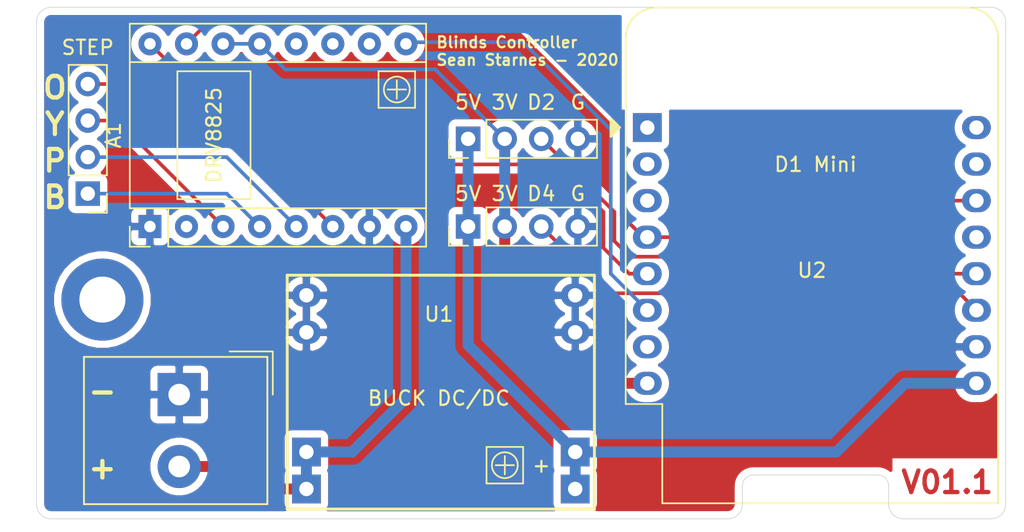
<source format=kicad_pcb>
(kicad_pcb (version 20171130) (host pcbnew "(5.1.6)-1")

  (general
    (thickness 1.6)
    (drawings 35)
    (tracks 65)
    (zones 0)
    (modules 8)
    (nets 25)
  )

  (page A4)
  (title_block
    (title "Blinds Controller")
    (rev v01)
    (comment 2 creativecommons.org/licenses/by/4.0)
    (comment 3 "License: CC BY 4.0")
    (comment 4 "Author: Sean Starnes")
  )

  (layers
    (0 F.Cu signal)
    (31 B.Cu signal)
    (32 B.Adhes user)
    (33 F.Adhes user)
    (34 B.Paste user)
    (35 F.Paste user)
    (36 B.SilkS user)
    (37 F.SilkS user)
    (38 B.Mask user)
    (39 F.Mask user)
    (40 Dwgs.User user)
    (41 Cmts.User user)
    (42 Eco1.User user)
    (43 Eco2.User user)
    (44 Edge.Cuts user)
    (45 Margin user)
    (46 B.CrtYd user)
    (47 F.CrtYd user)
    (48 B.Fab user)
    (49 F.Fab user)
  )

  (setup
    (last_trace_width 0.254)
    (user_trace_width 0.762)
    (trace_clearance 0.254)
    (zone_clearance 0.508)
    (zone_45_only no)
    (trace_min 0.1524)
    (via_size 0.762)
    (via_drill 0.381)
    (via_min_size 0.6858)
    (via_min_drill 0.3302)
    (uvia_size 0.762)
    (uvia_drill 0.381)
    (uvias_allowed no)
    (uvia_min_size 0.6858)
    (uvia_min_drill 0.3302)
    (edge_width 0.05)
    (segment_width 0.2)
    (pcb_text_width 0.3)
    (pcb_text_size 1.5 1.5)
    (mod_edge_width 0.12)
    (mod_text_size 1 1)
    (mod_text_width 0.15)
    (pad_size 1.524 1.524)
    (pad_drill 0.762)
    (pad_to_mask_clearance 0.0508)
    (aux_axis_origin 0 0)
    (visible_elements 7FFFFFFF)
    (pcbplotparams
      (layerselection 0x010fc_ffffffff)
      (usegerberextensions false)
      (usegerberattributes true)
      (usegerberadvancedattributes true)
      (creategerberjobfile true)
      (excludeedgelayer true)
      (linewidth 0.100000)
      (plotframeref false)
      (viasonmask false)
      (mode 1)
      (useauxorigin false)
      (hpglpennumber 1)
      (hpglpenspeed 20)
      (hpglpendiameter 15.000000)
      (psnegative false)
      (psa4output false)
      (plotreference true)
      (plotvalue true)
      (plotinvisibletext false)
      (padsonsilk false)
      (subtractmaskfromsilk false)
      (outputformat 1)
      (mirror false)
      (drillshape 1)
      (scaleselection 1)
      (outputdirectory ""))
  )

  (net 0 "")
  (net 1 GND)
  (net 2 "Net-(A1-Pad9)")
  (net 3 "Net-(A1-Pad2)")
  (net 4 "Net-(A1-Pad10)")
  (net 5 "Net-(A1-Pad3)")
  (net 6 "Net-(A1-Pad11)")
  (net 7 "Net-(A1-Pad4)")
  (net 8 "Net-(A1-Pad12)")
  (net 9 "Net-(A1-Pad5)")
  (net 10 "Net-(A1-Pad13)")
  (net 11 "Net-(A1-Pad6)")
  (net 12 "Net-(A1-Pad15)")
  (net 13 +9V)
  (net 14 "Net-(A1-Pad16)")
  (net 15 "Net-(J1-Pad3)")
  (net 16 "Net-(J1-Pad1)")
  (net 17 "Net-(J2-Pad3)")
  (net 18 "Net-(U2-Pad2)")
  (net 19 "Net-(U2-Pad1)")
  (net 20 "Net-(U2-Pad3)")
  (net 21 "Net-(U2-Pad7)")
  (net 22 "Net-(U2-Pad13)")
  (net 23 "Net-(U2-Pad15)")
  (net 24 "Net-(U2-Pad16)")

  (net_class Default "This is the default net class."
    (clearance 0.254)
    (trace_width 0.254)
    (via_dia 0.762)
    (via_drill 0.381)
    (uvia_dia 0.762)
    (uvia_drill 0.381)
    (add_net +9V)
    (add_net GND)
    (add_net "Net-(A1-Pad10)")
    (add_net "Net-(A1-Pad11)")
    (add_net "Net-(A1-Pad12)")
    (add_net "Net-(A1-Pad13)")
    (add_net "Net-(A1-Pad15)")
    (add_net "Net-(A1-Pad16)")
    (add_net "Net-(A1-Pad2)")
    (add_net "Net-(A1-Pad3)")
    (add_net "Net-(A1-Pad4)")
    (add_net "Net-(A1-Pad5)")
    (add_net "Net-(A1-Pad6)")
    (add_net "Net-(A1-Pad9)")
    (add_net "Net-(J1-Pad1)")
    (add_net "Net-(J1-Pad3)")
    (add_net "Net-(J2-Pad3)")
    (add_net "Net-(U2-Pad1)")
    (add_net "Net-(U2-Pad13)")
    (add_net "Net-(U2-Pad15)")
    (add_net "Net-(U2-Pad16)")
    (add_net "Net-(U2-Pad2)")
    (add_net "Net-(U2-Pad3)")
    (add_net "Net-(U2-Pad7)")
  )

  (module blinds-controller:MP1584EN-DC (layer F.Cu) (tedit 5F441FCB) (tstamp 5F2E3527)
    (at 157.108 118.192)
    (path /5F2F39EF)
    (fp_text reference U1 (at -0.136 -5.416) (layer F.SilkS)
      (effects (font (size 1 1) (thickness 0.15)))
    )
    (fp_text value MP1584EN-DC (at 0 8.89) (layer F.Fab)
      (effects (font (size 1 1) (thickness 0.15)))
    )
    (fp_line (start 3.81 5.08) (end 5.08 5.08) (layer F.SilkS) (width 0.12))
    (fp_line (start 4.445 4.445) (end 4.445 5.715) (layer F.SilkS) (width 0.12))
    (fp_circle (center 4.445 5.08) (end 5.08 5.715) (layer F.SilkS) (width 0.12))
    (fp_line (start 3.175 6.35) (end 3.175 3.81) (layer F.SilkS) (width 0.12))
    (fp_line (start 5.715 6.35) (end 3.175 6.35) (layer F.SilkS) (width 0.12))
    (fp_line (start 5.715 3.81) (end 5.715 6.35) (layer F.SilkS) (width 0.12))
    (fp_line (start 3.175 3.81) (end 5.715 3.81) (layer F.SilkS) (width 0.12))
    (fp_line (start -10.668 8.128) (end -10.668 -8.128) (layer F.SilkS) (width 0.2032))
    (fp_line (start -10.0965 7.493) (end 10.0965 7.493) (layer F.Fab) (width 0.1016))
    (fp_line (start -10.0965 -7.493) (end 10.0965 -7.493) (layer F.Fab) (width 0.1016))
    (fp_line (start -10.0965 7.493) (end -10.0965 -7.493) (layer F.Fab) (width 0.1016))
    (fp_line (start 10.0965 7.493) (end 10.0965 -7.493) (layer F.Fab) (width 0.1016))
    (fp_line (start -10.668 -8.128) (end 10.668 -8.128) (layer F.SilkS) (width 0.2032))
    (fp_line (start -10.668 8.128) (end 10.668 8.128) (layer F.SilkS) (width 0.2032))
    (fp_line (start 10.668 8.128) (end 10.668 -8.128) (layer F.SilkS) (width 0.2032))
    (fp_text user + (at 6.985 5.08) (layer F.SilkS)
      (effects (font (size 1 1) (thickness 0.15)))
    )
    (fp_arc (start -10.0965 0) (end -10.0965 -2.54) (angle 180) (layer F.Fab) (width 0.1016))
    (pad 1 thru_hole oval (at -9.3345 -6.731) (size 2 1.6) (drill 1) (layers *.Cu *.Mask)
      (net 1 GND))
    (pad 2 thru_hole oval (at -9.3345 -4.15925) (size 2 1.6) (drill 1) (layers *.Cu *.Mask)
      (net 1 GND))
    (pad 3 thru_hole rect (at -9.3345 4.15925) (size 2 2) (drill 1) (layers *.Cu *.Mask)
      (net 13 +9V))
    (pad 4 thru_hole rect (at -9.3345 6.731) (size 2 2) (drill 1) (layers *.Cu *.Mask)
      (net 13 +9V))
    (pad 8 thru_hole oval (at 9.3345 -6.731) (size 2 1.6) (drill 1) (layers *.Cu *.Mask)
      (net 1 GND))
    (pad 7 thru_hole oval (at 9.3345 -4.15925) (size 2 1.6) (drill 1) (layers *.Cu *.Mask)
      (net 1 GND))
    (pad 6 thru_hole rect (at 9.3345 4.15925) (size 2 2) (drill 1) (layers *.Cu *.Mask)
      (net 16 "Net-(J1-Pad1)"))
    (pad 5 thru_hole rect (at 9.3345 6.731) (size 2 2) (drill 1) (layers *.Cu *.Mask)
      (net 16 "Net-(J1-Pad1)"))
  )

  (module Connector_PinHeader_2.54mm:PinHeader_1x04_P2.54mm_Vertical (layer F.Cu) (tedit 59FED5CC) (tstamp 5F2E4186)
    (at 159.004 100.584 90)
    (descr "Through hole straight pin header, 1x04, 2.54mm pitch, single row")
    (tags "Through hole pin header THT 1x04 2.54mm single row")
    (path /5F328E97)
    (fp_text reference J1 (at 0 -2.33 90) (layer F.SilkS) hide
      (effects (font (size 1 1) (thickness 0.15)))
    )
    (fp_text value AUX_1 (at 0 9.95 90) (layer F.Fab)
      (effects (font (size 1 1) (thickness 0.15)))
    )
    (fp_line (start 1.8 -1.8) (end -1.8 -1.8) (layer F.CrtYd) (width 0.05))
    (fp_line (start 1.8 9.4) (end 1.8 -1.8) (layer F.CrtYd) (width 0.05))
    (fp_line (start -1.8 9.4) (end 1.8 9.4) (layer F.CrtYd) (width 0.05))
    (fp_line (start -1.8 -1.8) (end -1.8 9.4) (layer F.CrtYd) (width 0.05))
    (fp_line (start -1.33 -1.33) (end 0 -1.33) (layer F.SilkS) (width 0.12))
    (fp_line (start -1.33 0) (end -1.33 -1.33) (layer F.SilkS) (width 0.12))
    (fp_line (start -1.33 1.27) (end 1.33 1.27) (layer F.SilkS) (width 0.12))
    (fp_line (start 1.33 1.27) (end 1.33 8.95) (layer F.SilkS) (width 0.12))
    (fp_line (start -1.33 1.27) (end -1.33 8.95) (layer F.SilkS) (width 0.12))
    (fp_line (start -1.33 8.95) (end 1.33 8.95) (layer F.SilkS) (width 0.12))
    (fp_line (start -1.27 -0.635) (end -0.635 -1.27) (layer F.Fab) (width 0.1))
    (fp_line (start -1.27 8.89) (end -1.27 -0.635) (layer F.Fab) (width 0.1))
    (fp_line (start 1.27 8.89) (end -1.27 8.89) (layer F.Fab) (width 0.1))
    (fp_line (start 1.27 -1.27) (end 1.27 8.89) (layer F.Fab) (width 0.1))
    (fp_line (start -0.635 -1.27) (end 1.27 -1.27) (layer F.Fab) (width 0.1))
    (fp_text user %R (at -0.508 3.876) (layer F.Fab)
      (effects (font (size 1 1) (thickness 0.15)))
    )
    (pad 4 thru_hole oval (at 0 7.62 90) (size 1.7 1.7) (drill 1) (layers *.Cu *.Mask)
      (net 1 GND))
    (pad 3 thru_hole oval (at 0 5.08 90) (size 1.7 1.7) (drill 1) (layers *.Cu *.Mask)
      (net 15 "Net-(J1-Pad3)"))
    (pad 2 thru_hole oval (at 0 2.54 90) (size 1.7 1.7) (drill 1) (layers *.Cu *.Mask)
      (net 10 "Net-(A1-Pad13)"))
    (pad 1 thru_hole rect (at 0 0 90) (size 1.7 1.7) (drill 1) (layers *.Cu *.Mask)
      (net 16 "Net-(J1-Pad1)"))
    (model ${KISYS3DMOD}/Connector_PinHeader_2.54mm.3dshapes/PinHeader_1x04_P2.54mm_Vertical.wrl
      (at (xyz 0 0 0))
      (scale (xyz 1 1 1))
      (rotate (xyz 0 0 0))
    )
  )

  (module Connector_PinHeader_2.54mm:PinHeader_1x04_P2.54mm_Vertical (layer F.Cu) (tedit 59FED5CC) (tstamp 5F2E55E1)
    (at 159.004 106.68 90)
    (descr "Through hole straight pin header, 1x04, 2.54mm pitch, single row")
    (tags "Through hole pin header THT 1x04 2.54mm single row")
    (path /5F327C3E)
    (fp_text reference J2 (at 0 -2.33 90) (layer F.SilkS) hide
      (effects (font (size 1 1) (thickness 0.15)))
    )
    (fp_text value AUX_2 (at 0 9.95 90) (layer F.Fab)
      (effects (font (size 1 1) (thickness 0.15)))
    )
    (fp_line (start -0.635 -1.27) (end 1.27 -1.27) (layer F.Fab) (width 0.1))
    (fp_line (start 1.27 -1.27) (end 1.27 8.89) (layer F.Fab) (width 0.1))
    (fp_line (start 1.27 8.89) (end -1.27 8.89) (layer F.Fab) (width 0.1))
    (fp_line (start -1.27 8.89) (end -1.27 -0.635) (layer F.Fab) (width 0.1))
    (fp_line (start -1.27 -0.635) (end -0.635 -1.27) (layer F.Fab) (width 0.1))
    (fp_line (start -1.33 8.95) (end 1.33 8.95) (layer F.SilkS) (width 0.12))
    (fp_line (start -1.33 1.27) (end -1.33 8.95) (layer F.SilkS) (width 0.12))
    (fp_line (start 1.33 1.27) (end 1.33 8.95) (layer F.SilkS) (width 0.12))
    (fp_line (start -1.33 1.27) (end 1.33 1.27) (layer F.SilkS) (width 0.12))
    (fp_line (start -1.33 0) (end -1.33 -1.33) (layer F.SilkS) (width 0.12))
    (fp_line (start -1.33 -1.33) (end 0 -1.33) (layer F.SilkS) (width 0.12))
    (fp_line (start -1.8 -1.8) (end -1.8 9.4) (layer F.CrtYd) (width 0.05))
    (fp_line (start -1.8 9.4) (end 1.8 9.4) (layer F.CrtYd) (width 0.05))
    (fp_line (start 1.8 9.4) (end 1.8 -1.8) (layer F.CrtYd) (width 0.05))
    (fp_line (start 1.8 -1.8) (end -1.8 -1.8) (layer F.CrtYd) (width 0.05))
    (fp_text user %R (at 0 3.81) (layer F.Fab)
      (effects (font (size 1 1) (thickness 0.15)))
    )
    (pad 1 thru_hole rect (at 0 0 90) (size 1.7 1.7) (drill 1) (layers *.Cu *.Mask)
      (net 16 "Net-(J1-Pad1)"))
    (pad 2 thru_hole oval (at 0 2.54 90) (size 1.7 1.7) (drill 1) (layers *.Cu *.Mask)
      (net 10 "Net-(A1-Pad13)"))
    (pad 3 thru_hole oval (at 0 5.08 90) (size 1.7 1.7) (drill 1) (layers *.Cu *.Mask)
      (net 17 "Net-(J2-Pad3)"))
    (pad 4 thru_hole oval (at 0 7.62 90) (size 1.7 1.7) (drill 1) (layers *.Cu *.Mask)
      (net 1 GND))
    (model ${KISYS3DMOD}/Connector_PinHeader_2.54mm.3dshapes/PinHeader_1x04_P2.54mm_Vertical.wrl
      (at (xyz 0 0 0))
      (scale (xyz 1 1 1))
      (rotate (xyz 0 0 0))
    )
  )

  (module Connector_PinHeader_2.54mm:PinHeader_1x04_P2.54mm_Vertical (layer F.Cu) (tedit 59FED5CC) (tstamp 5F2E439F)
    (at 132.588 104.394 180)
    (descr "Through hole straight pin header, 1x04, 2.54mm pitch, single row")
    (tags "Through hole pin header THT 1x04 2.54mm single row")
    (path /5F36BB98)
    (fp_text reference J3 (at 0 -2.33) (layer F.SilkS) hide
      (effects (font (size 1 1) (thickness 0.15)))
    )
    (fp_text value STEP (at 0 10.16 180) (layer F.Fab)
      (effects (font (size 1 1) (thickness 0.15)))
    )
    (fp_line (start -0.635 -1.27) (end 1.27 -1.27) (layer F.Fab) (width 0.1))
    (fp_line (start 1.27 -1.27) (end 1.27 8.89) (layer F.Fab) (width 0.1))
    (fp_line (start 1.27 8.89) (end -1.27 8.89) (layer F.Fab) (width 0.1))
    (fp_line (start -1.27 8.89) (end -1.27 -0.635) (layer F.Fab) (width 0.1))
    (fp_line (start -1.27 -0.635) (end -0.635 -1.27) (layer F.Fab) (width 0.1))
    (fp_line (start -1.33 8.95) (end 1.33 8.95) (layer F.SilkS) (width 0.12))
    (fp_line (start -1.33 1.27) (end -1.33 8.95) (layer F.SilkS) (width 0.12))
    (fp_line (start 1.33 1.27) (end 1.33 8.95) (layer F.SilkS) (width 0.12))
    (fp_line (start -1.33 1.27) (end 1.33 1.27) (layer F.SilkS) (width 0.12))
    (fp_line (start -1.33 0) (end -1.33 -1.33) (layer F.SilkS) (width 0.12))
    (fp_line (start -1.33 -1.33) (end 0 -1.33) (layer F.SilkS) (width 0.12))
    (fp_line (start -1.8 -1.8) (end -1.8 9.4) (layer F.CrtYd) (width 0.05))
    (fp_line (start -1.8 9.4) (end 1.8 9.4) (layer F.CrtYd) (width 0.05))
    (fp_line (start 1.8 9.4) (end 1.8 -1.8) (layer F.CrtYd) (width 0.05))
    (fp_line (start 1.8 -1.8) (end -1.8 -1.8) (layer F.CrtYd) (width 0.05))
    (fp_text user %R (at 0 3.81 90) (layer F.Fab)
      (effects (font (size 1 1) (thickness 0.15)))
    )
    (pad 1 thru_hole rect (at 0 0 180) (size 1.7 1.7) (drill 1) (layers *.Cu *.Mask)
      (net 7 "Net-(A1-Pad4)"))
    (pad 2 thru_hole oval (at 0 2.54 180) (size 1.7 1.7) (drill 1) (layers *.Cu *.Mask)
      (net 9 "Net-(A1-Pad5)"))
    (pad 3 thru_hole oval (at 0 5.08 180) (size 1.7 1.7) (drill 1) (layers *.Cu *.Mask)
      (net 5 "Net-(A1-Pad3)"))
    (pad 4 thru_hole oval (at 0 7.62 180) (size 1.7 1.7) (drill 1) (layers *.Cu *.Mask)
      (net 11 "Net-(A1-Pad6)"))
    (model ${KISYS3DMOD}/Connector_PinHeader_2.54mm.3dshapes/PinHeader_1x04_P2.54mm_Vertical.wrl
      (at (xyz 0 0 0))
      (scale (xyz 1 1 1))
      (rotate (xyz 0 0 0))
    )
  )

  (module Module:WEMOS_D1_mini_light (layer F.Cu) (tedit 5BBFB1CE) (tstamp 5F2E31F2)
    (at 171.45 99.8)
    (descr "16-pin module, column spacing 22.86 mm (900 mils), https://wiki.wemos.cc/products:d1:d1_mini, https://c1.staticflickr.com/1/734/31400410271_f278b087db_z.jpg")
    (tags "ESP8266 WiFi microcontroller")
    (path /5F2DCDDB)
    (fp_text reference U2 (at 11.43 9.928) (layer F.SilkS)
      (effects (font (size 1 1) (thickness 0.15)))
    )
    (fp_text value WeMos_D1_mini (at 11.7 0) (layer F.Fab)
      (effects (font (size 1 1) (thickness 0.15)))
    )
    (fp_line (start 1.04 26.12) (end 24.36 26.12) (layer F.SilkS) (width 0.12))
    (fp_line (start -1.5 19.22) (end -1.5 -6.21) (layer F.SilkS) (width 0.12))
    (fp_line (start 24.36 26.12) (end 24.36 -6.21) (layer F.SilkS) (width 0.12))
    (fp_line (start 22.24 -8.34) (end 0.63 -8.34) (layer F.SilkS) (width 0.12))
    (fp_line (start 1.17 25.99) (end 24.23 25.99) (layer F.Fab) (width 0.1))
    (fp_line (start 24.23 25.99) (end 24.23 -6.21) (layer F.Fab) (width 0.1))
    (fp_line (start 22.23 -8.21) (end 0.63 -8.21) (layer F.Fab) (width 0.1))
    (fp_line (start -1.37 1) (end -1.37 19.09) (layer F.Fab) (width 0.1))
    (fp_line (start -1.62 -8.46) (end 24.48 -8.46) (layer F.CrtYd) (width 0.05))
    (fp_line (start 24.48 -8.41) (end 24.48 26.24) (layer F.CrtYd) (width 0.05))
    (fp_line (start 24.48 26.24) (end -1.62 26.24) (layer F.CrtYd) (width 0.05))
    (fp_line (start -1.62 26.24) (end -1.62 -8.46) (layer F.CrtYd) (width 0.05))
    (fp_poly (pts (xy -2.54 -0.635) (xy -2.54 0.635) (xy -1.905 0)) (layer F.SilkS) (width 0.15))
    (fp_line (start -1.35 -1.4) (end 24.25 -1.4) (layer Dwgs.User) (width 0.1))
    (fp_line (start 24.25 -1.4) (end 24.25 -8.2) (layer Dwgs.User) (width 0.1))
    (fp_line (start 24.25 -8.2) (end -1.35 -8.2) (layer Dwgs.User) (width 0.1))
    (fp_line (start -1.35 -8.2) (end -1.35 -1.4) (layer Dwgs.User) (width 0.1))
    (fp_line (start -1.35 -1.4) (end 5.45 -8.2) (layer Dwgs.User) (width 0.1))
    (fp_line (start 0.65 -1.4) (end 7.45 -8.2) (layer Dwgs.User) (width 0.1))
    (fp_line (start 2.65 -1.4) (end 9.45 -8.2) (layer Dwgs.User) (width 0.1))
    (fp_line (start 4.65 -1.4) (end 11.45 -8.2) (layer Dwgs.User) (width 0.1))
    (fp_line (start 6.65 -1.4) (end 13.45 -8.2) (layer Dwgs.User) (width 0.1))
    (fp_line (start 8.65 -1.4) (end 15.45 -8.2) (layer Dwgs.User) (width 0.1))
    (fp_line (start 10.65 -1.4) (end 17.45 -8.2) (layer Dwgs.User) (width 0.1))
    (fp_line (start 12.65 -1.4) (end 19.45 -8.2) (layer Dwgs.User) (width 0.1))
    (fp_line (start 14.65 -1.4) (end 21.45 -8.2) (layer Dwgs.User) (width 0.1))
    (fp_line (start 16.65 -1.4) (end 23.45 -8.2) (layer Dwgs.User) (width 0.1))
    (fp_line (start 18.65 -1.4) (end 24.25 -7) (layer Dwgs.User) (width 0.1))
    (fp_line (start 20.65 -1.4) (end 24.25 -5) (layer Dwgs.User) (width 0.1))
    (fp_line (start 22.65 -1.4) (end 24.25 -3) (layer Dwgs.User) (width 0.1))
    (fp_line (start -1.35 -3.4) (end 3.45 -8.2) (layer Dwgs.User) (width 0.1))
    (fp_line (start -1.3 -5.45) (end 1.45 -8.2) (layer Dwgs.User) (width 0.1))
    (fp_line (start -1.35 -7.4) (end -0.55 -8.2) (layer Dwgs.User) (width 0.1))
    (fp_line (start -1.37 19.09) (end 1.17 19.09) (layer F.Fab) (width 0.1))
    (fp_line (start 1.17 19.09) (end 1.17 25.99) (layer F.Fab) (width 0.1))
    (fp_line (start -1.37 -6.21) (end -1.37 -1) (layer F.Fab) (width 0.1))
    (fp_line (start -1.37 1) (end -0.37 0) (layer F.Fab) (width 0.1))
    (fp_line (start -0.37 0) (end -1.37 -1) (layer F.Fab) (width 0.1))
    (fp_line (start -1.5 19.22) (end 1.04 19.22) (layer F.SilkS) (width 0.12))
    (fp_line (start 1.04 19.22) (end 1.04 26.12) (layer F.SilkS) (width 0.12))
    (fp_text user %R (at 11.43 10) (layer F.Fab)
      (effects (font (size 1 1) (thickness 0.15)))
    )
    (fp_arc (start 0.63 -6.21) (end 0.63 -8.21) (angle -90) (layer F.Fab) (width 0.1))
    (fp_arc (start 22.23 -6.21) (end 24.23 -6.19) (angle -90) (layer F.Fab) (width 0.1))
    (fp_arc (start 0.63 -6.21) (end 0.63 -8.34) (angle -90) (layer F.SilkS) (width 0.12))
    (fp_arc (start 22.23 -6.21) (end 24.36 -6.21) (angle -90) (layer F.SilkS) (width 0.12))
    (fp_text user "KEEP OUT" (at 11.43 -6.35) (layer Cmts.User)
      (effects (font (size 1 1) (thickness 0.15)))
    )
    (fp_text user "No copper" (at 11.43 -3.81) (layer Cmts.User)
      (effects (font (size 1 1) (thickness 0.15)))
    )
    (pad 2 thru_hole oval (at 0 2.54) (size 2 1.6) (drill 1) (layers *.Cu *.Mask)
      (net 18 "Net-(U2-Pad2)"))
    (pad 1 thru_hole rect (at 0 0) (size 2 2) (drill 1) (layers *.Cu *.Mask)
      (net 19 "Net-(U2-Pad1)"))
    (pad 3 thru_hole oval (at 0 5.08) (size 2 1.6) (drill 1) (layers *.Cu *.Mask)
      (net 20 "Net-(U2-Pad3)"))
    (pad 4 thru_hole oval (at 0 7.62) (size 2 1.6) (drill 1) (layers *.Cu *.Mask)
      (net 12 "Net-(A1-Pad15)"))
    (pad 5 thru_hole oval (at 0 10.16) (size 2 1.6) (drill 1) (layers *.Cu *.Mask)
      (net 14 "Net-(A1-Pad16)"))
    (pad 6 thru_hole oval (at 0 12.7) (size 2 1.6) (drill 1) (layers *.Cu *.Mask)
      (net 2 "Net-(A1-Pad9)"))
    (pad 7 thru_hole oval (at 0 15.24) (size 2 1.6) (drill 1) (layers *.Cu *.Mask)
      (net 21 "Net-(U2-Pad7)"))
    (pad 8 thru_hole oval (at 0 17.78) (size 2 1.6) (drill 1) (layers *.Cu *.Mask)
      (net 10 "Net-(A1-Pad13)"))
    (pad 9 thru_hole oval (at 22.86 17.78) (size 2 1.6) (drill 1) (layers *.Cu *.Mask)
      (net 16 "Net-(J1-Pad1)"))
    (pad 10 thru_hole oval (at 22.86 15.24) (size 2 1.6) (drill 1) (layers *.Cu *.Mask)
      (net 1 GND))
    (pad 11 thru_hole oval (at 22.86 12.7) (size 2 1.6) (drill 1) (layers *.Cu *.Mask)
      (net 17 "Net-(J2-Pad3)"))
    (pad 12 thru_hole oval (at 22.86 10.16) (size 2 1.6) (drill 1) (layers *.Cu *.Mask)
      (net 15 "Net-(J1-Pad3)"))
    (pad 13 thru_hole oval (at 22.86 7.62) (size 2 1.6) (drill 1) (layers *.Cu *.Mask)
      (net 22 "Net-(U2-Pad13)"))
    (pad 14 thru_hole oval (at 22.86 5.08) (size 2 1.6) (drill 1) (layers *.Cu *.Mask)
      (net 12 "Net-(A1-Pad15)"))
    (pad 15 thru_hole oval (at 22.86 2.54) (size 2 1.6) (drill 1) (layers *.Cu *.Mask)
      (net 23 "Net-(U2-Pad15)"))
    (pad 16 thru_hole oval (at 22.86 0) (size 2 1.6) (drill 1) (layers *.Cu *.Mask)
      (net 24 "Net-(U2-Pad16)"))
    (model ${KISYS3DMOD}/Module.3dshapes/WEMOS_D1_mini_light.wrl
      (at (xyz 0 0 0))
      (scale (xyz 1 1 1))
      (rotate (xyz 0 0 0))
    )
    (model ${KISYS3DMOD}/Connector_PinHeader_2.54mm.3dshapes/PinHeader_1x08_P2.54mm_Vertical.wrl
      (offset (xyz 0 0 9.5))
      (scale (xyz 1 1 1))
      (rotate (xyz 0 -180 0))
    )
    (model ${KISYS3DMOD}/Connector_PinHeader_2.54mm.3dshapes/PinHeader_1x08_P2.54mm_Vertical.wrl
      (offset (xyz 22.86 0 9.5))
      (scale (xyz 1 1 1))
      (rotate (xyz 0 -180 0))
    )
    (model ${KISYS3DMOD}/Connector_PinSocket_2.54mm.3dshapes/PinSocket_1x08_P2.54mm_Vertical.wrl
      (at (xyz 0 0 0))
      (scale (xyz 1 1 1))
      (rotate (xyz 0 0 0))
    )
    (model ${KISYS3DMOD}/Connector_PinSocket_2.54mm.3dshapes/PinSocket_1x08_P2.54mm_Vertical.wrl
      (offset (xyz 22.86 0 0))
      (scale (xyz 1 1 1))
      (rotate (xyz 0 0 0))
    )
  )

  (module TerminalBlock_Altech:Altech_AK300_1x02_P5.00mm_45-Degree (layer F.Cu) (tedit 5C27907F) (tstamp 5F2E39D4)
    (at 138.938 118.364 270)
    (descr "Altech AK300 serie terminal block (Script generated with StandardBox.py) (http://www.altechcorp.com/PDFS/PCBMETRC.PDF)")
    (tags "Altech AK300 serie connector")
    (path /5F36DFE1)
    (fp_text reference J4 (at 0 -7.2 90) (layer F.SilkS) hide
      (effects (font (size 1 1) (thickness 0.15)))
    )
    (fp_text value Screw_Terminal_01x02 (at 8.48 0.066 180) (layer F.Fab)
      (effects (font (size 1 1) (thickness 0.15)))
    )
    (fp_line (start -2.75 -6.25) (end -2.75 6.75) (layer F.CrtYd) (width 0.05))
    (fp_line (start -2.75 6.75) (end 7.75 6.75) (layer F.CrtYd) (width 0.05))
    (fp_line (start 7.75 -6.25) (end 7.75 6.75) (layer F.CrtYd) (width 0.05))
    (fp_line (start -2.75 -6.25) (end 7.75 -6.25) (layer F.CrtYd) (width 0.05))
    (fp_line (start -2.62 -6.12) (end -2.62 6.62) (layer F.SilkS) (width 0.12))
    (fp_line (start -2.62 6.62) (end 7.62 6.62) (layer F.SilkS) (width 0.12))
    (fp_line (start 7.62 -6.12) (end 7.62 6.62) (layer F.SilkS) (width 0.12))
    (fp_line (start -2.62 -6.12) (end 7.62 -6.12) (layer F.SilkS) (width 0.12))
    (fp_line (start -2.62 -6.12) (end -2.62 6.62) (layer F.SilkS) (width 0.12))
    (fp_line (start -2.62 6.62) (end 7.62 6.62) (layer F.SilkS) (width 0.12))
    (fp_line (start 7.62 -6.12) (end 7.62 6.62) (layer F.SilkS) (width 0.12))
    (fp_line (start -2.62 -6.12) (end 7.62 -6.12) (layer F.SilkS) (width 0.12))
    (fp_line (start -3 -6.5) (end 0 -6.5) (layer F.SilkS) (width 0.12))
    (fp_line (start -3 -3.5) (end -3 -6.5) (layer F.SilkS) (width 0.12))
    (fp_line (start -2.5 -5.5) (end -2 -6) (layer F.Fab) (width 0.1))
    (fp_line (start -2.5 6.5) (end -2.5 -5.5) (layer F.Fab) (width 0.1))
    (fp_line (start 7.5 6.5) (end -2.5 6.5) (layer F.Fab) (width 0.1))
    (fp_line (start 7.5 -6) (end 7.5 6.5) (layer F.Fab) (width 0.1))
    (fp_line (start -2 -6) (end 7.5 -6) (layer F.Fab) (width 0.1))
    (fp_text user %R (at 2.5 0.25 90) (layer F.Fab)
      (effects (font (size 1 1) (thickness 0.15)))
    )
    (pad 1 thru_hole rect (at 0 0 270) (size 3 3) (drill 1.5) (layers *.Cu *.Mask)
      (net 1 GND))
    (pad 2 thru_hole circle (at 5 0 270) (size 3 3) (drill 1.5) (layers *.Cu *.Mask)
      (net 13 +9V))
    (model ${KISYS3DMOD}/TerminalBlock_Altech.3dshapes/Altech_AK300_1x02_P5.00mm_45-Degree.wrl
      (at (xyz 0 0 0))
      (scale (xyz 1 1 1))
      (rotate (xyz 0 0 0))
    )
  )

  (module MountingHole:MountingHole_3.2mm_M3_ISO7380_Pad (layer F.Cu) (tedit 56D1B4CB) (tstamp 5F448369)
    (at 133.604 111.76)
    (descr "Mounting Hole 3.2mm, M3, ISO7380")
    (tags "mounting hole 3.2mm m3 iso7380")
    (path /5F445556)
    (attr virtual)
    (fp_text reference H1 (at 4.826 0) (layer F.SilkS) hide
      (effects (font (size 1 1) (thickness 0.15)))
    )
    (fp_text value MountingHole (at 3.048 3.85) (layer F.Fab)
      (effects (font (size 1 1) (thickness 0.15)))
    )
    (fp_circle (center 0 0) (end 2.85 0) (layer Cmts.User) (width 0.15))
    (fp_circle (center 0 0) (end 3.1 0) (layer F.CrtYd) (width 0.05))
    (fp_text user %R (at 0.3 0) (layer F.Fab)
      (effects (font (size 1 1) (thickness 0.15)))
    )
    (pad 1 thru_hole circle (at 0 0) (size 5.7 5.7) (drill 3.2) (layers *.Cu *.Mask))
  )

  (module blinds-controller:DRV8825 (layer F.Cu) (tedit 5F4426AC) (tstamp 5F44A071)
    (at 136.906 106.68 90)
    (descr "Pololu Breakout 16-pin 15.2x20.3mm 0.6x0.8\\")
    (tags "Pololu Breakout")
    (path /5F449F07)
    (fp_text reference A1 (at 6.35 -2.54 90) (layer F.SilkS)
      (effects (font (size 1 1) (thickness 0.15)))
    )
    (fp_text value DRV8825 (at 6.35 20.17 90) (layer F.Fab)
      (effects (font (size 1 1) (thickness 0.15)))
    )
    (fp_line (start 14.21 19.3) (end -1.53 19.3) (layer F.CrtYd) (width 0.05))
    (fp_line (start 14.21 19.3) (end 14.21 -1.52) (layer F.CrtYd) (width 0.05))
    (fp_line (start -1.53 -1.52) (end -1.53 19.3) (layer F.CrtYd) (width 0.05))
    (fp_line (start -1.53 -1.52) (end 14.21 -1.52) (layer F.CrtYd) (width 0.05))
    (fp_line (start -1.27 19.05) (end -1.27 0) (layer F.Fab) (width 0.1))
    (fp_line (start 13.97 19.05) (end -1.27 19.05) (layer F.Fab) (width 0.1))
    (fp_line (start 13.97 -1.27) (end 13.97 19.05) (layer F.Fab) (width 0.1))
    (fp_line (start 0 -1.27) (end 13.97 -1.27) (layer F.Fab) (width 0.1))
    (fp_line (start -1.27 0) (end 0 -1.27) (layer F.Fab) (width 0.1))
    (fp_line (start 14.1 -1.4) (end 1.27 -1.4) (layer F.SilkS) (width 0.12))
    (fp_line (start 14.1 19.18) (end 14.1 -1.4) (layer F.SilkS) (width 0.12))
    (fp_line (start -1.4 19.18) (end 14.1 19.18) (layer F.SilkS) (width 0.12))
    (fp_line (start -1.4 1.27) (end -1.4 19.18) (layer F.SilkS) (width 0.12))
    (fp_line (start 1.27 1.27) (end -1.4 1.27) (layer F.SilkS) (width 0.12))
    (fp_line (start 1.27 -1.4) (end 1.27 1.27) (layer F.SilkS) (width 0.12))
    (fp_line (start -1.4 -1.4) (end -1.4 0) (layer F.SilkS) (width 0.12))
    (fp_line (start 0 -1.4) (end -1.4 -1.4) (layer F.SilkS) (width 0.12))
    (fp_line (start 1.27 1.27) (end 1.27 19.18) (layer F.SilkS) (width 0.12))
    (fp_line (start 11.43 -1.4) (end 11.43 19.18) (layer F.SilkS) (width 0.12))
    (fp_circle (center 9.525 17.145) (end 10.16 17.78) (layer F.SilkS) (width 0.12))
    (fp_line (start 9.525 17.78) (end 9.525 16.51) (layer F.SilkS) (width 0.12))
    (fp_line (start 8.89 17.145) (end 10.16 17.145) (layer F.SilkS) (width 0.12))
    (fp_line (start 10.795 1.905) (end 1.905 1.905) (layer F.SilkS) (width 0.12))
    (fp_line (start 10.795 6.985) (end 1.905 6.985) (layer F.SilkS) (width 0.12))
    (fp_line (start 10.795 15.875) (end 8.255 15.875) (layer F.SilkS) (width 0.12))
    (fp_line (start 8.255 15.875) (end 8.255 18.415) (layer F.SilkS) (width 0.12))
    (fp_line (start 8.255 18.415) (end 10.795 18.415) (layer F.SilkS) (width 0.12))
    (fp_line (start 10.795 18.415) (end 10.795 15.875) (layer F.SilkS) (width 0.12))
    (fp_line (start 10.795 1.905) (end 10.795 6.985) (layer F.SilkS) (width 0.12))
    (fp_line (start 1.905 1.905) (end 1.905 6.985) (layer F.SilkS) (width 0.12))
    (fp_text user %R (at 6.35 -2.54 90) (layer F.Fab)
      (effects (font (size 1 1) (thickness 0.15)))
    )
    (fp_text user DRV8825 (at 6.35 4.445 90) (layer F.SilkS)
      (effects (font (size 1 1) (thickness 0.15)))
    )
    (pad 1 thru_hole rect (at 0 0 90) (size 1.6 1.6) (drill 0.8) (layers *.Cu *.Mask)
      (net 1 GND))
    (pad 9 thru_hole oval (at 12.7 17.78 90) (size 1.6 1.6) (drill 0.8) (layers *.Cu *.Mask)
      (net 2 "Net-(A1-Pad9)"))
    (pad 2 thru_hole oval (at 0 2.54 90) (size 1.6 1.6) (drill 0.8) (layers *.Cu *.Mask)
      (net 3 "Net-(A1-Pad2)"))
    (pad 10 thru_hole oval (at 12.7 15.24 90) (size 1.6 1.6) (drill 0.8) (layers *.Cu *.Mask)
      (net 4 "Net-(A1-Pad10)"))
    (pad 3 thru_hole oval (at 0 5.08 90) (size 1.6 1.6) (drill 0.8) (layers *.Cu *.Mask)
      (net 5 "Net-(A1-Pad3)"))
    (pad 11 thru_hole oval (at 12.7 12.7 90) (size 1.6 1.6) (drill 0.8) (layers *.Cu *.Mask)
      (net 6 "Net-(A1-Pad11)"))
    (pad 4 thru_hole oval (at 0 7.62 90) (size 1.6 1.6) (drill 0.8) (layers *.Cu *.Mask)
      (net 7 "Net-(A1-Pad4)"))
    (pad 12 thru_hole oval (at 12.7 10.16 90) (size 1.6 1.6) (drill 0.8) (layers *.Cu *.Mask)
      (net 8 "Net-(A1-Pad12)"))
    (pad 5 thru_hole oval (at 0 10.16 90) (size 1.6 1.6) (drill 0.8) (layers *.Cu *.Mask)
      (net 9 "Net-(A1-Pad5)"))
    (pad 13 thru_hole oval (at 12.7 7.62 90) (size 1.6 1.6) (drill 0.8) (layers *.Cu *.Mask)
      (net 10 "Net-(A1-Pad13)"))
    (pad 6 thru_hole oval (at 0 12.7 90) (size 1.6 1.6) (drill 0.8) (layers *.Cu *.Mask)
      (net 11 "Net-(A1-Pad6)"))
    (pad 14 thru_hole oval (at 12.7 5.08 90) (size 1.6 1.6) (drill 0.8) (layers *.Cu *.Mask)
      (net 10 "Net-(A1-Pad13)"))
    (pad 7 thru_hole oval (at 0 15.24 90) (size 1.6 1.6) (drill 0.8) (layers *.Cu *.Mask)
      (net 1 GND))
    (pad 15 thru_hole oval (at 12.7 2.54 90) (size 1.6 1.6) (drill 0.8) (layers *.Cu *.Mask)
      (net 12 "Net-(A1-Pad15)"))
    (pad 8 thru_hole oval (at 0 17.78 90) (size 1.6 1.6) (drill 0.8) (layers *.Cu *.Mask)
      (net 13 +9V))
    (pad 16 thru_hole oval (at 12.7 0 90) (size 1.6 1.6) (drill 0.8) (layers *.Cu *.Mask)
      (net 14 "Net-(A1-Pad16)"))
    (model ${KISYS3DMOD}/Module.3dshapes/Pololu_Breakout-16_15.2x20.3mm.wrl
      (at (xyz 0 0 0))
      (scale (xyz 1 1 1))
      (rotate (xyz 0 0 0))
    )
  )

  (gr_arc (start 187.452 124.714) (end 188.214 124.714) (angle -90) (layer Edge.Cuts) (width 0.05))
  (gr_arc (start 178.816 124.714) (end 178.816 123.952) (angle -90) (layer Edge.Cuts) (width 0.05))
  (gr_line (start 195.326 127) (end 189.23 127) (layer Edge.Cuts) (width 0.05) (tstamp 5F44A544))
  (gr_line (start 188.214 124.714) (end 188.214 125.984) (layer Edge.Cuts) (width 0.05) (tstamp 5F44A51D))
  (gr_line (start 178.816 123.952) (end 187.452 123.952) (layer Edge.Cuts) (width 0.05))
  (gr_line (start 178.054 125.984) (end 178.054 124.714) (layer Edge.Cuts) (width 0.05))
  (gr_arc (start 189.23 125.984) (end 188.214 125.984) (angle -90) (layer Edge.Cuts) (width 0.05))
  (gr_arc (start 177.038 125.984) (end 177.038 127) (angle -90) (layer Edge.Cuts) (width 0.05))
  (gr_arc (start 195.326 92.456) (end 196.342 92.456) (angle -90) (layer Edge.Cuts) (width 0.05))
  (gr_arc (start 195.326 125.984) (end 195.326 127) (angle -90) (layer Edge.Cuts) (width 0.05))
  (gr_arc (start 130.048 125.984) (end 129.032 125.984) (angle -90) (layer Edge.Cuts) (width 0.05))
  (gr_arc (start 130.048 92.456) (end 130.048 91.44) (angle -90) (layer Edge.Cuts) (width 0.05))
  (gr_text V01.1 (at 192.278 124.46) (layer F.Cu)
    (effects (font (size 1.5 1.5) (thickness 0.3)))
  )
  (gr_text "Blinds Controller\nSean Starnes - 2020" (at 156.718 94.488) (layer F.SilkS)
    (effects (font (size 0.762 0.762) (thickness 0.15)) (justify left))
  )
  (gr_text "BUCK DC/DC" (at 156.972 118.618) (layer F.SilkS)
    (effects (font (size 1 1) (thickness 0.15)))
  )
  (gr_text "D1 Mini" (at 183.134 102.362) (layer F.SilkS)
    (effects (font (size 1 1) (thickness 0.15)))
  )
  (gr_text STEP (at 132.588 94.234) (layer F.SilkS)
    (effects (font (size 1 1) (thickness 0.15)))
  )
  (gr_text G (at 166.624 104.394) (layer F.SilkS)
    (effects (font (size 1 1) (thickness 0.15)))
  )
  (gr_text G (at 166.624 98.044) (layer F.SilkS)
    (effects (font (size 1 1) (thickness 0.15)))
  )
  (gr_text D4 (at 164.084 104.394) (layer F.SilkS)
    (effects (font (size 1 1) (thickness 0.15)))
  )
  (gr_text 3V (at 161.544 104.394) (layer F.SilkS)
    (effects (font (size 1 1) (thickness 0.15)))
  )
  (gr_text 5V (at 159.004 104.394) (layer F.SilkS)
    (effects (font (size 1 1) (thickness 0.15)))
  )
  (gr_text 3V (at 161.544 98.044) (layer F.SilkS)
    (effects (font (size 1 1) (thickness 0.15)))
  )
  (gr_text 5V (at 159.004 98.044) (layer F.SilkS)
    (effects (font (size 1 1) (thickness 0.15)))
  )
  (gr_text D2 (at 164.084 98.044) (layer F.SilkS)
    (effects (font (size 1 1) (thickness 0.15)))
  )
  (gr_text - (at 133.604 118.11) (layer F.SilkS)
    (effects (font (size 1.5 1.5) (thickness 0.3)) (justify mirror))
  )
  (gr_text + (at 133.604 123.444) (layer F.SilkS)
    (effects (font (size 1.5 1.5) (thickness 0.3)) (justify mirror))
  )
  (gr_text O (at 130.302 97.028) (layer F.SilkS)
    (effects (font (size 1.5 1.5) (thickness 0.3)))
  )
  (gr_text Y (at 130.302 99.568) (layer F.SilkS)
    (effects (font (size 1.5 1.5) (thickness 0.3)))
  )
  (gr_text P (at 130.302 102.108) (layer F.SilkS)
    (effects (font (size 1.5 1.5) (thickness 0.3)))
  )
  (gr_text B (at 130.302 104.648) (layer F.SilkS)
    (effects (font (size 1.5 1.5) (thickness 0.3)))
  )
  (gr_line (start 130.048 127) (end 177.038 127) (layer Edge.Cuts) (width 0.05))
  (gr_line (start 196.342 92.456) (end 196.342 125.984) (layer Edge.Cuts) (width 0.05))
  (gr_line (start 130.048 91.44) (end 195.326 91.44) (layer Edge.Cuts) (width 0.05))
  (gr_line (start 129.032 125.984) (end 129.032 92.456) (layer Edge.Cuts) (width 0.05))

  (segment (start 171.428 112.522) (end 171.45 112.5) (width 0.254) (layer B.Cu) (net 2))
  (segment (start 162.834198 93.87) (end 168.91 99.945802) (width 0.254) (layer B.Cu) (net 2))
  (segment (start 168.91 109.96) (end 171.45 112.5) (width 0.254) (layer B.Cu) (net 2))
  (segment (start 168.91 99.945802) (end 168.91 109.96) (width 0.254) (layer B.Cu) (net 2))
  (segment (start 154.796 93.87) (end 154.686 93.98) (width 0.254) (layer B.Cu) (net 2))
  (segment (start 162.834198 93.87) (end 154.796 93.87) (width 0.254) (layer B.Cu) (net 2))
  (segment (start 134.62 99.314) (end 141.986 106.68) (width 0.254) (layer F.Cu) (net 5))
  (segment (start 132.588 99.314) (end 134.62 99.314) (width 0.254) (layer F.Cu) (net 5))
  (segment (start 142.24 104.394) (end 132.588 104.394) (width 0.254) (layer B.Cu) (net 7))
  (segment (start 144.526 106.68) (end 142.24 104.394) (width 0.254) (layer B.Cu) (net 7))
  (segment (start 142.24 101.854) (end 132.588 101.854) (width 0.254) (layer B.Cu) (net 9))
  (segment (start 147.066 106.68) (end 142.24 101.854) (width 0.254) (layer B.Cu) (net 9))
  (segment (start 161.544 106.68) (end 161.544 114.046) (width 0.762) (layer F.Cu) (net 10))
  (segment (start 165.078 117.58) (end 171.45 117.58) (width 0.762) (layer F.Cu) (net 10))
  (segment (start 161.544 114.046) (end 165.078 117.58) (width 0.762) (layer F.Cu) (net 10))
  (segment (start 161.544 106.68) (end 161.544 100.584) (width 0.762) (layer B.Cu) (net 10))
  (segment (start 156.718 95.758) (end 161.544 100.584) (width 0.254) (layer B.Cu) (net 10))
  (segment (start 144.526 93.98) (end 146.304 95.758) (width 0.254) (layer B.Cu) (net 10))
  (segment (start 146.304 95.758) (end 156.718 95.758) (width 0.254) (layer B.Cu) (net 10))
  (segment (start 144.526 93.98) (end 141.986 93.98) (width 0.254) (layer B.Cu) (net 10))
  (segment (start 139.7 96.774) (end 132.588 96.774) (width 0.254) (layer F.Cu) (net 11))
  (segment (start 149.606 106.68) (end 139.7 96.774) (width 0.254) (layer F.Cu) (net 11))
  (segment (start 171.45 107.42) (end 189.208 107.42) (width 0.254) (layer F.Cu) (net 12))
  (segment (start 191.748 104.88) (end 194.31 104.88) (width 0.254) (layer F.Cu) (net 12))
  (segment (start 189.208 107.42) (end 191.748 104.88) (width 0.254) (layer F.Cu) (net 12))
  (segment (start 141.206 92.22) (end 139.446 93.98) (width 0.254) (layer F.Cu) (net 12))
  (segment (start 141.206 92.202) (end 141.206 92.22) (width 0.254) (layer F.Cu) (net 12))
  (segment (start 171.45 107.42) (end 171.174 107.42) (width 0.254) (layer F.Cu) (net 12))
  (segment (start 171.174 107.42) (end 169.672 105.918) (width 0.254) (layer F.Cu) (net 12))
  (segment (start 169.672 105.918) (end 169.672 99.314) (width 0.254) (layer F.Cu) (net 12))
  (segment (start 169.672 99.314) (end 162.56 92.202) (width 0.254) (layer F.Cu) (net 12))
  (segment (start 141.206 92.202) (end 162.56 92.202) (width 0.254) (layer F.Cu) (net 12))
  (segment (start 147.7735 122.35125) (end 147.7735 124.923) (width 0.762) (layer B.Cu) (net 13))
  (segment (start 154.686 118.618) (end 154.686 106.68) (width 0.762) (layer B.Cu) (net 13))
  (segment (start 150.95275 122.35125) (end 154.686 118.618) (width 0.762) (layer B.Cu) (net 13))
  (segment (start 147.7735 122.35125) (end 150.95275 122.35125) (width 0.762) (layer B.Cu) (net 13))
  (segment (start 138.938 123.364) (end 142.668 123.364) (width 0.762) (layer F.Cu) (net 13))
  (segment (start 144.227 124.923) (end 147.7735 124.923) (width 0.762) (layer F.Cu) (net 13))
  (segment (start 142.668 123.364) (end 144.227 124.923) (width 0.762) (layer F.Cu) (net 13))
  (segment (start 138.684 95.758) (end 136.906 93.98) (width 0.254) (layer F.Cu) (net 14))
  (segment (start 148.336 102.362) (end 141.732 95.758) (width 0.254) (layer F.Cu) (net 14))
  (segment (start 170.196 109.96) (end 168.402 108.166) (width 0.254) (layer F.Cu) (net 14))
  (segment (start 171.45 109.96) (end 170.196 109.96) (width 0.254) (layer F.Cu) (net 14))
  (segment (start 141.732 95.758) (end 138.684 95.758) (width 0.254) (layer F.Cu) (net 14))
  (segment (start 168.402 108.166) (end 168.402 105.664) (width 0.254) (layer F.Cu) (net 14))
  (segment (start 168.402 105.664) (end 165.1 102.362) (width 0.254) (layer F.Cu) (net 14))
  (segment (start 148.336 102.362) (end 165.1 102.362) (width 0.254) (layer F.Cu) (net 14))
  (segment (start 173.29499 108.77899) (end 170.24699 108.77899) (width 0.254) (layer F.Cu) (net 15))
  (segment (start 194.31 109.96) (end 174.476 109.96) (width 0.254) (layer F.Cu) (net 15))
  (segment (start 174.476 109.96) (end 173.29499 108.77899) (width 0.254) (layer F.Cu) (net 15))
  (segment (start 170.24699 108.77899) (end 169.16399 107.69599) (width 0.254) (layer F.Cu) (net 15))
  (segment (start 169.16399 105.66399) (end 164.084 100.584) (width 0.254) (layer F.Cu) (net 15))
  (segment (start 169.16399 107.69599) (end 169.16399 105.66399) (width 0.254) (layer F.Cu) (net 15))
  (segment (start 159.512 100.584) (end 159.357802 100.584) (width 0.254) (layer B.Cu) (net 16))
  (segment (start 166.4425 122.35125) (end 166.4425 124.923) (width 0.762) (layer B.Cu) (net 16))
  (segment (start 159.004 114.91275) (end 166.4425 122.35125) (width 0.762) (layer B.Cu) (net 16))
  (segment (start 159.004 106.68) (end 159.004 114.91275) (width 0.762) (layer B.Cu) (net 16))
  (segment (start 189.3525 117.58) (end 194.31 117.58) (width 0.762) (layer B.Cu) (net 16))
  (segment (start 166.4425 122.35125) (end 184.58125 122.35125) (width 0.762) (layer B.Cu) (net 16))
  (segment (start 184.58125 122.35125) (end 189.3525 117.58) (width 0.762) (layer B.Cu) (net 16))
  (segment (start 159.004 106.68) (end 159.004 100.584) (width 0.762) (layer B.Cu) (net 16))
  (segment (start 193.12899 111.31899) (end 194.31 112.5) (width 0.254) (layer F.Cu) (net 17))
  (segment (start 164.084 106.68) (end 168.72299 111.31899) (width 0.254) (layer F.Cu) (net 17))
  (segment (start 168.72299 111.31899) (end 193.12899 111.31899) (width 0.254) (layer F.Cu) (net 17))
  (segment (start 171.472 104.902) (end 171.45 104.88) (width 0.254) (layer F.Cu) (net 20))

  (zone (net 0) (net_name "") (layers F&B.Cu) (tstamp 0) (hatch edge 0.508)
    (connect_pads (clearance 0.508))
    (min_thickness 0.254)
    (keepout (tracks not_allowed) (vias not_allowed) (copperpour not_allowed))
    (fill (arc_segments 32) (thermal_gap 0.508) (thermal_bridge_width 0.508))
    (polygon
      (pts
        (xy 197.104 98.552) (xy 169.672 98.552) (xy 169.672 91.186) (xy 197.104 91.186)
      )
    )
  )
  (zone (net 1) (net_name GND) (layer B.Cu) (tstamp 5F2E88ED) (hatch edge 0.508)
    (connect_pads (clearance 0.508))
    (min_thickness 0.254)
    (fill yes (arc_segments 32) (thermal_gap 0.508) (thermal_bridge_width 0.508))
    (polygon
      (pts
        (xy 197.612 127.508) (xy 126.492 127.508) (xy 126.492 90.932) (xy 197.612 90.932)
      )
    )
    (filled_polygon
      (pts
        (xy 169.545 98.552) (xy 169.54744 98.576776) (xy 169.554667 98.600601) (xy 169.566403 98.622557) (xy 169.582197 98.641803)
        (xy 169.601443 98.657597) (xy 169.623399 98.669333) (xy 169.647224 98.67656) (xy 169.672 98.679) (xy 169.823845 98.679)
        (xy 169.811928 98.8) (xy 169.811928 100.8) (xy 169.824188 100.924482) (xy 169.860498 101.04418) (xy 169.919463 101.154494)
        (xy 169.998815 101.251185) (xy 170.095506 101.330537) (xy 170.183476 101.377559) (xy 170.051068 101.538899) (xy 169.917818 101.788192)
        (xy 169.835764 102.058691) (xy 169.808057 102.34) (xy 169.835764 102.621309) (xy 169.917818 102.891808) (xy 170.051068 103.141101)
        (xy 170.230392 103.359608) (xy 170.448899 103.538932) (xy 170.581858 103.61) (xy 170.448899 103.681068) (xy 170.230392 103.860392)
        (xy 170.051068 104.078899) (xy 169.917818 104.328192) (xy 169.835764 104.598691) (xy 169.808057 104.88) (xy 169.835764 105.161309)
        (xy 169.917818 105.431808) (xy 170.051068 105.681101) (xy 170.230392 105.899608) (xy 170.448899 106.078932) (xy 170.581858 106.15)
        (xy 170.448899 106.221068) (xy 170.230392 106.400392) (xy 170.051068 106.618899) (xy 169.917818 106.868192) (xy 169.835764 107.138691)
        (xy 169.808057 107.42) (xy 169.835764 107.701309) (xy 169.917818 107.971808) (xy 170.051068 108.221101) (xy 170.230392 108.439608)
        (xy 170.448899 108.618932) (xy 170.581858 108.69) (xy 170.448899 108.761068) (xy 170.230392 108.940392) (xy 170.051068 109.158899)
        (xy 169.917818 109.408192) (xy 169.835764 109.678691) (xy 169.824158 109.796528) (xy 169.672 109.64437) (xy 169.672 99.983225)
        (xy 169.675686 99.945802) (xy 169.66887 99.876598) (xy 169.660974 99.796424) (xy 169.617402 99.652787) (xy 169.546646 99.520411)
        (xy 169.546645 99.520409) (xy 169.497281 99.46026) (xy 169.451422 99.40438) (xy 169.422347 99.380519) (xy 163.399482 93.357654)
        (xy 163.37562 93.328578) (xy 163.25959 93.233355) (xy 163.127213 93.162598) (xy 162.983576 93.119026) (xy 162.871624 93.108)
        (xy 162.871621 93.108) (xy 162.834198 93.104314) (xy 162.796775 93.108) (xy 155.829208 93.108) (xy 155.800637 93.065241)
        (xy 155.600759 92.865363) (xy 155.365727 92.70832) (xy 155.104574 92.600147) (xy 154.827335 92.545) (xy 154.544665 92.545)
        (xy 154.267426 92.600147) (xy 154.006273 92.70832) (xy 153.771241 92.865363) (xy 153.571363 93.065241) (xy 153.416 93.297759)
        (xy 153.260637 93.065241) (xy 153.060759 92.865363) (xy 152.825727 92.70832) (xy 152.564574 92.600147) (xy 152.287335 92.545)
        (xy 152.004665 92.545) (xy 151.727426 92.600147) (xy 151.466273 92.70832) (xy 151.231241 92.865363) (xy 151.031363 93.065241)
        (xy 150.876 93.297759) (xy 150.720637 93.065241) (xy 150.520759 92.865363) (xy 150.285727 92.70832) (xy 150.024574 92.600147)
        (xy 149.747335 92.545) (xy 149.464665 92.545) (xy 149.187426 92.600147) (xy 148.926273 92.70832) (xy 148.691241 92.865363)
        (xy 148.491363 93.065241) (xy 148.336 93.297759) (xy 148.180637 93.065241) (xy 147.980759 92.865363) (xy 147.745727 92.70832)
        (xy 147.484574 92.600147) (xy 147.207335 92.545) (xy 146.924665 92.545) (xy 146.647426 92.600147) (xy 146.386273 92.70832)
        (xy 146.151241 92.865363) (xy 145.951363 93.065241) (xy 145.796 93.297759) (xy 145.640637 93.065241) (xy 145.440759 92.865363)
        (xy 145.205727 92.70832) (xy 144.944574 92.600147) (xy 144.667335 92.545) (xy 144.384665 92.545) (xy 144.107426 92.600147)
        (xy 143.846273 92.70832) (xy 143.611241 92.865363) (xy 143.411363 93.065241) (xy 143.309293 93.218) (xy 143.202707 93.218)
        (xy 143.100637 93.065241) (xy 142.900759 92.865363) (xy 142.665727 92.70832) (xy 142.404574 92.600147) (xy 142.127335 92.545)
        (xy 141.844665 92.545) (xy 141.567426 92.600147) (xy 141.306273 92.70832) (xy 141.071241 92.865363) (xy 140.871363 93.065241)
        (xy 140.716 93.297759) (xy 140.560637 93.065241) (xy 140.360759 92.865363) (xy 140.125727 92.70832) (xy 139.864574 92.600147)
        (xy 139.587335 92.545) (xy 139.304665 92.545) (xy 139.027426 92.600147) (xy 138.766273 92.70832) (xy 138.531241 92.865363)
        (xy 138.331363 93.065241) (xy 138.176 93.297759) (xy 138.020637 93.065241) (xy 137.820759 92.865363) (xy 137.585727 92.70832)
        (xy 137.324574 92.600147) (xy 137.047335 92.545) (xy 136.764665 92.545) (xy 136.487426 92.600147) (xy 136.226273 92.70832)
        (xy 135.991241 92.865363) (xy 135.791363 93.065241) (xy 135.63432 93.300273) (xy 135.526147 93.561426) (xy 135.471 93.838665)
        (xy 135.471 94.121335) (xy 135.526147 94.398574) (xy 135.63432 94.659727) (xy 135.791363 94.894759) (xy 135.991241 95.094637)
        (xy 136.226273 95.25168) (xy 136.487426 95.359853) (xy 136.764665 95.415) (xy 137.047335 95.415) (xy 137.324574 95.359853)
        (xy 137.585727 95.25168) (xy 137.820759 95.094637) (xy 138.020637 94.894759) (xy 138.176 94.662241) (xy 138.331363 94.894759)
        (xy 138.531241 95.094637) (xy 138.766273 95.25168) (xy 139.027426 95.359853) (xy 139.304665 95.415) (xy 139.587335 95.415)
        (xy 139.864574 95.359853) (xy 140.125727 95.25168) (xy 140.360759 95.094637) (xy 140.560637 94.894759) (xy 140.716 94.662241)
        (xy 140.871363 94.894759) (xy 141.071241 95.094637) (xy 141.306273 95.25168) (xy 141.567426 95.359853) (xy 141.844665 95.415)
        (xy 142.127335 95.415) (xy 142.404574 95.359853) (xy 142.665727 95.25168) (xy 142.900759 95.094637) (xy 143.100637 94.894759)
        (xy 143.202707 94.742) (xy 143.309293 94.742) (xy 143.411363 94.894759) (xy 143.611241 95.094637) (xy 143.846273 95.25168)
        (xy 144.107426 95.359853) (xy 144.384665 95.415) (xy 144.667335 95.415) (xy 144.847527 95.379157) (xy 145.738716 96.270346)
        (xy 145.762578 96.299422) (xy 145.813049 96.340842) (xy 145.878607 96.394645) (xy 145.949364 96.432465) (xy 146.010985 96.465402)
        (xy 146.154622 96.508974) (xy 146.266574 96.52) (xy 146.266577 96.52) (xy 146.304 96.523686) (xy 146.341423 96.52)
        (xy 156.40237 96.52) (xy 158.978298 99.095928) (xy 158.154 99.095928) (xy 158.029518 99.108188) (xy 157.90982 99.144498)
        (xy 157.799506 99.203463) (xy 157.702815 99.282815) (xy 157.623463 99.379506) (xy 157.564498 99.48982) (xy 157.528188 99.609518)
        (xy 157.515928 99.734) (xy 157.515928 101.434) (xy 157.528188 101.558482) (xy 157.564498 101.67818) (xy 157.623463 101.788494)
        (xy 157.702815 101.885185) (xy 157.799506 101.964537) (xy 157.90982 102.023502) (xy 157.988001 102.047218) (xy 157.988 105.216782)
        (xy 157.90982 105.240498) (xy 157.799506 105.299463) (xy 157.702815 105.378815) (xy 157.623463 105.475506) (xy 157.564498 105.58582)
        (xy 157.528188 105.705518) (xy 157.515928 105.83) (xy 157.515928 107.53) (xy 157.528188 107.654482) (xy 157.564498 107.77418)
        (xy 157.623463 107.884494) (xy 157.702815 107.981185) (xy 157.799506 108.060537) (xy 157.90982 108.119502) (xy 157.988 108.143218)
        (xy 157.988001 114.862838) (xy 157.983085 114.91275) (xy 158.002702 115.11192) (xy 158.010742 115.138423) (xy 158.060799 115.303437)
        (xy 158.155141 115.47994) (xy 158.282105 115.634646) (xy 158.320868 115.666458) (xy 164.804428 122.150019) (xy 164.804428 123.35125)
        (xy 164.816688 123.475732) (xy 164.852998 123.59543) (xy 164.875285 123.637125) (xy 164.852998 123.67882) (xy 164.816688 123.798518)
        (xy 164.804428 123.923) (xy 164.804428 125.923) (xy 164.816688 126.047482) (xy 164.852998 126.16718) (xy 164.911963 126.277494)
        (xy 164.96326 126.34) (xy 149.25274 126.34) (xy 149.304037 126.277494) (xy 149.363002 126.16718) (xy 149.399312 126.047482)
        (xy 149.411572 125.923) (xy 149.411572 123.923) (xy 149.399312 123.798518) (xy 149.363002 123.67882) (xy 149.340715 123.637125)
        (xy 149.363002 123.59543) (xy 149.399312 123.475732) (xy 149.409996 123.36725) (xy 150.902848 123.36725) (xy 150.95275 123.372165)
        (xy 151.002652 123.36725) (xy 151.151921 123.352548) (xy 151.343437 123.294452) (xy 151.51994 123.20011) (xy 151.674646 123.073146)
        (xy 151.706462 123.034378) (xy 155.369133 119.371708) (xy 155.407896 119.339896) (xy 155.53486 119.18519) (xy 155.629202 119.008687)
        (xy 155.687298 118.817171) (xy 155.702 118.667902) (xy 155.702 118.667901) (xy 155.706915 118.618) (xy 155.702 118.568098)
        (xy 155.702 107.693396) (xy 155.800637 107.594759) (xy 155.95768 107.359727) (xy 156.065853 107.098574) (xy 156.121 106.821335)
        (xy 156.121 106.538665) (xy 156.065853 106.261426) (xy 155.95768 106.000273) (xy 155.800637 105.765241) (xy 155.600759 105.565363)
        (xy 155.365727 105.40832) (xy 155.104574 105.300147) (xy 154.827335 105.245) (xy 154.544665 105.245) (xy 154.267426 105.300147)
        (xy 154.006273 105.40832) (xy 153.771241 105.565363) (xy 153.571363 105.765241) (xy 153.41432 106.000273) (xy 153.409933 106.010865)
        (xy 153.298385 105.824869) (xy 153.109414 105.616481) (xy 152.88342 105.448963) (xy 152.629087 105.328754) (xy 152.495039 105.288096)
        (xy 152.273 105.410085) (xy 152.273 106.553) (xy 152.293 106.553) (xy 152.293 106.807) (xy 152.273 106.807)
        (xy 152.273 107.949915) (xy 152.495039 108.071904) (xy 152.629087 108.031246) (xy 152.88342 107.911037) (xy 153.109414 107.743519)
        (xy 153.298385 107.535131) (xy 153.409933 107.349135) (xy 153.41432 107.359727) (xy 153.571363 107.594759) (xy 153.670001 107.693397)
        (xy 153.67 118.197159) (xy 150.53191 121.33525) (xy 149.409996 121.33525) (xy 149.399312 121.226768) (xy 149.363002 121.10707)
        (xy 149.304037 120.996756) (xy 149.224685 120.900065) (xy 149.127994 120.820713) (xy 149.01768 120.761748) (xy 148.897982 120.725438)
        (xy 148.7735 120.713178) (xy 146.7735 120.713178) (xy 146.649018 120.725438) (xy 146.52932 120.761748) (xy 146.419006 120.820713)
        (xy 146.322315 120.900065) (xy 146.242963 120.996756) (xy 146.183998 121.10707) (xy 146.147688 121.226768) (xy 146.135428 121.35125)
        (xy 146.135428 123.35125) (xy 146.147688 123.475732) (xy 146.183998 123.59543) (xy 146.206285 123.637125) (xy 146.183998 123.67882)
        (xy 146.147688 123.798518) (xy 146.135428 123.923) (xy 146.135428 125.923) (xy 146.147688 126.047482) (xy 146.183998 126.16718)
        (xy 146.242963 126.277494) (xy 146.29426 126.34) (xy 130.080281 126.34) (xy 129.979469 126.330115) (xy 129.913542 126.310211)
        (xy 129.852745 126.277885) (xy 129.799382 126.234362) (xy 129.755485 126.1813) (xy 129.722734 126.120727) (xy 129.702372 126.054947)
        (xy 129.692 125.956269) (xy 129.692 123.153721) (xy 136.803 123.153721) (xy 136.803 123.574279) (xy 136.885047 123.986756)
        (xy 137.045988 124.375302) (xy 137.279637 124.724983) (xy 137.577017 125.022363) (xy 137.926698 125.256012) (xy 138.315244 125.416953)
        (xy 138.727721 125.499) (xy 139.148279 125.499) (xy 139.560756 125.416953) (xy 139.949302 125.256012) (xy 140.298983 125.022363)
        (xy 140.596363 124.724983) (xy 140.830012 124.375302) (xy 140.990953 123.986756) (xy 141.073 123.574279) (xy 141.073 123.153721)
        (xy 140.990953 122.741244) (xy 140.830012 122.352698) (xy 140.596363 122.003017) (xy 140.298983 121.705637) (xy 139.949302 121.471988)
        (xy 139.560756 121.311047) (xy 139.148279 121.229) (xy 138.727721 121.229) (xy 138.315244 121.311047) (xy 137.926698 121.471988)
        (xy 137.577017 121.705637) (xy 137.279637 122.003017) (xy 137.045988 122.352698) (xy 136.885047 122.741244) (xy 136.803 123.153721)
        (xy 129.692 123.153721) (xy 129.692 119.864) (xy 136.799928 119.864) (xy 136.812188 119.988482) (xy 136.848498 120.10818)
        (xy 136.907463 120.218494) (xy 136.986815 120.315185) (xy 137.083506 120.394537) (xy 137.19382 120.453502) (xy 137.313518 120.489812)
        (xy 137.438 120.502072) (xy 138.65225 120.499) (xy 138.811 120.34025) (xy 138.811 118.491) (xy 139.065 118.491)
        (xy 139.065 120.34025) (xy 139.22375 120.499) (xy 140.438 120.502072) (xy 140.562482 120.489812) (xy 140.68218 120.453502)
        (xy 140.792494 120.394537) (xy 140.889185 120.315185) (xy 140.968537 120.218494) (xy 141.027502 120.10818) (xy 141.063812 119.988482)
        (xy 141.076072 119.864) (xy 141.073 118.64975) (xy 140.91425 118.491) (xy 139.065 118.491) (xy 138.811 118.491)
        (xy 136.96175 118.491) (xy 136.803 118.64975) (xy 136.799928 119.864) (xy 129.692 119.864) (xy 129.692 116.864)
        (xy 136.799928 116.864) (xy 136.803 118.07825) (xy 136.96175 118.237) (xy 138.811 118.237) (xy 138.811 116.38775)
        (xy 139.065 116.38775) (xy 139.065 118.237) (xy 140.91425 118.237) (xy 141.073 118.07825) (xy 141.076072 116.864)
        (xy 141.063812 116.739518) (xy 141.027502 116.61982) (xy 140.968537 116.509506) (xy 140.889185 116.412815) (xy 140.792494 116.333463)
        (xy 140.68218 116.274498) (xy 140.562482 116.238188) (xy 140.438 116.225928) (xy 139.22375 116.229) (xy 139.065 116.38775)
        (xy 138.811 116.38775) (xy 138.65225 116.229) (xy 137.438 116.225928) (xy 137.313518 116.238188) (xy 137.19382 116.274498)
        (xy 137.083506 116.333463) (xy 136.986815 116.412815) (xy 136.907463 116.509506) (xy 136.848498 116.61982) (xy 136.812188 116.739518)
        (xy 136.799928 116.864) (xy 129.692 116.864) (xy 129.692 111.416758) (xy 130.119 111.416758) (xy 130.119 112.103242)
        (xy 130.252927 112.776537) (xy 130.515633 113.410766) (xy 130.897024 113.981558) (xy 131.382442 114.466976) (xy 131.953234 114.848367)
        (xy 132.587463 115.111073) (xy 133.260758 115.245) (xy 133.947242 115.245) (xy 134.620537 115.111073) (xy 135.254766 114.848367)
        (xy 135.825558 114.466976) (xy 135.910745 114.381789) (xy 146.181596 114.381789) (xy 146.192056 114.43948) (xy 146.297949 114.701171)
        (xy 146.452861 114.937175) (xy 146.650838 115.138423) (xy 146.884273 115.29718) (xy 147.144194 115.407346) (xy 147.420613 115.464687)
        (xy 147.6465 115.312224) (xy 147.6465 114.15975) (xy 147.9005 114.15975) (xy 147.9005 115.312224) (xy 148.126387 115.464687)
        (xy 148.402806 115.407346) (xy 148.662727 115.29718) (xy 148.896162 115.138423) (xy 149.094139 114.937175) (xy 149.249051 114.701171)
        (xy 149.354944 114.43948) (xy 149.365404 114.381789) (xy 149.243415 114.15975) (xy 147.9005 114.15975) (xy 147.6465 114.15975)
        (xy 146.303585 114.15975) (xy 146.181596 114.381789) (xy 135.910745 114.381789) (xy 136.310976 113.981558) (xy 136.692367 113.410766)
        (xy 136.955073 112.776537) (xy 137.089 112.103242) (xy 137.089 111.810039) (xy 146.181596 111.810039) (xy 146.192056 111.86773)
        (xy 146.297949 112.129421) (xy 146.452861 112.365425) (xy 146.650838 112.566673) (xy 146.884273 112.72543) (xy 146.934869 112.746875)
        (xy 146.884273 112.76832) (xy 146.650838 112.927077) (xy 146.452861 113.128325) (xy 146.297949 113.364329) (xy 146.192056 113.62602)
        (xy 146.181596 113.683711) (xy 146.303585 113.90575) (xy 147.6465 113.90575) (xy 147.6465 112.753276) (xy 147.637016 112.746875)
        (xy 147.6465 112.740474) (xy 147.6465 111.588) (xy 147.9005 111.588) (xy 147.9005 112.740474) (xy 147.909984 112.746875)
        (xy 147.9005 112.753276) (xy 147.9005 113.90575) (xy 149.243415 113.90575) (xy 149.365404 113.683711) (xy 149.354944 113.62602)
        (xy 149.249051 113.364329) (xy 149.094139 113.128325) (xy 148.896162 112.927077) (xy 148.662727 112.76832) (xy 148.612131 112.746875)
        (xy 148.662727 112.72543) (xy 148.896162 112.566673) (xy 149.094139 112.365425) (xy 149.249051 112.129421) (xy 149.354944 111.86773)
        (xy 149.365404 111.810039) (xy 149.243415 111.588) (xy 147.9005 111.588) (xy 147.6465 111.588) (xy 146.303585 111.588)
        (xy 146.181596 111.810039) (xy 137.089 111.810039) (xy 137.089 111.416758) (xy 137.028372 111.111961) (xy 146.181596 111.111961)
        (xy 146.303585 111.334) (xy 147.6465 111.334) (xy 147.6465 110.181526) (xy 147.9005 110.181526) (xy 147.9005 111.334)
        (xy 149.243415 111.334) (xy 149.365404 111.111961) (xy 149.354944 111.05427) (xy 149.249051 110.792579) (xy 149.094139 110.556575)
        (xy 148.896162 110.355327) (xy 148.662727 110.19657) (xy 148.402806 110.086404) (xy 148.126387 110.029063) (xy 147.9005 110.181526)
        (xy 147.6465 110.181526) (xy 147.420613 110.029063) (xy 147.144194 110.086404) (xy 146.884273 110.19657) (xy 146.650838 110.355327)
        (xy 146.452861 110.556575) (xy 146.297949 110.792579) (xy 146.192056 111.05427) (xy 146.181596 111.111961) (xy 137.028372 111.111961)
        (xy 136.955073 110.743463) (xy 136.692367 110.109234) (xy 136.310976 109.538442) (xy 135.825558 109.053024) (xy 135.254766 108.671633)
        (xy 134.620537 108.408927) (xy 133.947242 108.275) (xy 133.260758 108.275) (xy 132.587463 108.408927) (xy 131.953234 108.671633)
        (xy 131.382442 109.053024) (xy 130.897024 109.538442) (xy 130.515633 110.109234) (xy 130.252927 110.743463) (xy 130.119 111.416758)
        (xy 129.692 111.416758) (xy 129.692 107.48) (xy 135.467928 107.48) (xy 135.480188 107.604482) (xy 135.516498 107.72418)
        (xy 135.575463 107.834494) (xy 135.654815 107.931185) (xy 135.751506 108.010537) (xy 135.86182 108.069502) (xy 135.981518 108.105812)
        (xy 136.106 108.118072) (xy 136.62025 108.115) (xy 136.779 107.95625) (xy 136.779 106.807) (xy 135.62975 106.807)
        (xy 135.471 106.96575) (xy 135.467928 107.48) (xy 129.692 107.48) (xy 129.692 103.544) (xy 131.099928 103.544)
        (xy 131.099928 105.244) (xy 131.112188 105.368482) (xy 131.148498 105.48818) (xy 131.207463 105.598494) (xy 131.286815 105.695185)
        (xy 131.383506 105.774537) (xy 131.49382 105.833502) (xy 131.613518 105.869812) (xy 131.738 105.882072) (xy 133.438 105.882072)
        (xy 133.459038 105.88) (xy 135.467928 105.88) (xy 135.471 106.39425) (xy 135.62975 106.553) (xy 136.779 106.553)
        (xy 136.779 105.40375) (xy 136.62025 105.245) (xy 136.106 105.241928) (xy 135.981518 105.254188) (xy 135.86182 105.290498)
        (xy 135.751506 105.349463) (xy 135.654815 105.428815) (xy 135.575463 105.525506) (xy 135.516498 105.63582) (xy 135.480188 105.755518)
        (xy 135.467928 105.88) (xy 133.459038 105.88) (xy 133.562482 105.869812) (xy 133.68218 105.833502) (xy 133.792494 105.774537)
        (xy 133.889185 105.695185) (xy 133.968537 105.598494) (xy 134.027502 105.48818) (xy 134.063812 105.368482) (xy 134.076072 105.244)
        (xy 134.076072 105.156) (xy 141.92437 105.156) (xy 142.01337 105.245) (xy 141.844665 105.245) (xy 141.567426 105.300147)
        (xy 141.306273 105.40832) (xy 141.071241 105.565363) (xy 140.871363 105.765241) (xy 140.716 105.997759) (xy 140.560637 105.765241)
        (xy 140.360759 105.565363) (xy 140.125727 105.40832) (xy 139.864574 105.300147) (xy 139.587335 105.245) (xy 139.304665 105.245)
        (xy 139.027426 105.300147) (xy 138.766273 105.40832) (xy 138.531241 105.565363) (xy 138.332643 105.763961) (xy 138.331812 105.755518)
        (xy 138.295502 105.63582) (xy 138.236537 105.525506) (xy 138.157185 105.428815) (xy 138.060494 105.349463) (xy 137.95018 105.290498)
        (xy 137.830482 105.254188) (xy 137.706 105.241928) (xy 137.19175 105.245) (xy 137.033 105.40375) (xy 137.033 106.553)
        (xy 137.053 106.553) (xy 137.053 106.807) (xy 137.033 106.807) (xy 137.033 107.95625) (xy 137.19175 108.115)
        (xy 137.706 108.118072) (xy 137.830482 108.105812) (xy 137.95018 108.069502) (xy 138.060494 108.010537) (xy 138.157185 107.931185)
        (xy 138.236537 107.834494) (xy 138.295502 107.72418) (xy 138.331812 107.604482) (xy 138.332643 107.596039) (xy 138.531241 107.794637)
        (xy 138.766273 107.95168) (xy 139.027426 108.059853) (xy 139.304665 108.115) (xy 139.587335 108.115) (xy 139.864574 108.059853)
        (xy 140.125727 107.95168) (xy 140.360759 107.794637) (xy 140.560637 107.594759) (xy 140.716 107.362241) (xy 140.871363 107.594759)
        (xy 141.071241 107.794637) (xy 141.306273 107.95168) (xy 141.567426 108.059853) (xy 141.844665 108.115) (xy 142.127335 108.115)
        (xy 142.404574 108.059853) (xy 142.665727 107.95168) (xy 142.900759 107.794637) (xy 143.100637 107.594759) (xy 143.256 107.362241)
        (xy 143.411363 107.594759) (xy 143.611241 107.794637) (xy 143.846273 107.95168) (xy 144.107426 108.059853) (xy 144.384665 108.115)
        (xy 144.667335 108.115) (xy 144.944574 108.059853) (xy 145.205727 107.95168) (xy 145.440759 107.794637) (xy 145.640637 107.594759)
        (xy 145.796 107.362241) (xy 145.951363 107.594759) (xy 146.151241 107.794637) (xy 146.386273 107.95168) (xy 146.647426 108.059853)
        (xy 146.924665 108.115) (xy 147.207335 108.115) (xy 147.484574 108.059853) (xy 147.745727 107.95168) (xy 147.980759 107.794637)
        (xy 148.180637 107.594759) (xy 148.336 107.362241) (xy 148.491363 107.594759) (xy 148.691241 107.794637) (xy 148.926273 107.95168)
        (xy 149.187426 108.059853) (xy 149.464665 108.115) (xy 149.747335 108.115) (xy 150.024574 108.059853) (xy 150.285727 107.95168)
        (xy 150.520759 107.794637) (xy 150.720637 107.594759) (xy 150.87768 107.359727) (xy 150.882067 107.349135) (xy 150.993615 107.535131)
        (xy 151.182586 107.743519) (xy 151.40858 107.911037) (xy 151.662913 108.031246) (xy 151.796961 108.071904) (xy 152.019 107.949915)
        (xy 152.019 106.807) (xy 151.999 106.807) (xy 151.999 106.553) (xy 152.019 106.553) (xy 152.019 105.410085)
        (xy 151.796961 105.288096) (xy 151.662913 105.328754) (xy 151.40858 105.448963) (xy 151.182586 105.616481) (xy 150.993615 105.824869)
        (xy 150.882067 106.010865) (xy 150.87768 106.000273) (xy 150.720637 105.765241) (xy 150.520759 105.565363) (xy 150.285727 105.40832)
        (xy 150.024574 105.300147) (xy 149.747335 105.245) (xy 149.464665 105.245) (xy 149.187426 105.300147) (xy 148.926273 105.40832)
        (xy 148.691241 105.565363) (xy 148.491363 105.765241) (xy 148.336 105.997759) (xy 148.180637 105.765241) (xy 147.980759 105.565363)
        (xy 147.745727 105.40832) (xy 147.484574 105.300147) (xy 147.207335 105.245) (xy 146.924665 105.245) (xy 146.744473 105.280843)
        (xy 142.805284 101.341654) (xy 142.781422 101.312578) (xy 142.665392 101.217355) (xy 142.533015 101.146598) (xy 142.389378 101.103026)
        (xy 142.277426 101.092) (xy 142.277423 101.092) (xy 142.24 101.088314) (xy 142.202577 101.092) (xy 133.864842 101.092)
        (xy 133.741475 100.907368) (xy 133.534632 100.700525) (xy 133.36024 100.584) (xy 133.534632 100.467475) (xy 133.741475 100.260632)
        (xy 133.90399 100.017411) (xy 134.015932 99.747158) (xy 134.073 99.46026) (xy 134.073 99.16774) (xy 134.015932 98.880842)
        (xy 133.90399 98.610589) (xy 133.741475 98.367368) (xy 133.534632 98.160525) (xy 133.36024 98.044) (xy 133.534632 97.927475)
        (xy 133.741475 97.720632) (xy 133.90399 97.477411) (xy 134.015932 97.207158) (xy 134.073 96.92026) (xy 134.073 96.62774)
        (xy 134.015932 96.340842) (xy 133.90399 96.070589) (xy 133.741475 95.827368) (xy 133.534632 95.620525) (xy 133.291411 95.45801)
        (xy 133.021158 95.346068) (xy 132.73426 95.289) (xy 132.44174 95.289) (xy 132.154842 95.346068) (xy 131.884589 95.45801)
        (xy 131.641368 95.620525) (xy 131.434525 95.827368) (xy 131.27201 96.070589) (xy 131.160068 96.340842) (xy 131.103 96.62774)
        (xy 131.103 96.92026) (xy 131.160068 97.207158) (xy 131.27201 97.477411) (xy 131.434525 97.720632) (xy 131.641368 97.927475)
        (xy 131.81576 98.044) (xy 131.641368 98.160525) (xy 131.434525 98.367368) (xy 131.27201 98.610589) (xy 131.160068 98.880842)
        (xy 131.103 99.16774) (xy 131.103 99.46026) (xy 131.160068 99.747158) (xy 131.27201 100.017411) (xy 131.434525 100.260632)
        (xy 131.641368 100.467475) (xy 131.81576 100.584) (xy 131.641368 100.700525) (xy 131.434525 100.907368) (xy 131.27201 101.150589)
        (xy 131.160068 101.420842) (xy 131.103 101.70774) (xy 131.103 102.00026) (xy 131.160068 102.287158) (xy 131.27201 102.557411)
        (xy 131.434525 102.800632) (xy 131.56638 102.932487) (xy 131.49382 102.954498) (xy 131.383506 103.013463) (xy 131.286815 103.092815)
        (xy 131.207463 103.189506) (xy 131.148498 103.29982) (xy 131.112188 103.419518) (xy 131.099928 103.544) (xy 129.692 103.544)
        (xy 129.692 92.488281) (xy 129.701885 92.387467) (xy 129.721789 92.321543) (xy 129.754115 92.260745) (xy 129.797639 92.207381)
        (xy 129.850696 92.163488) (xy 129.911271 92.130734) (xy 129.977053 92.110372) (xy 130.07573 92.1) (xy 169.545 92.1)
      )
    )
    (filled_polygon
      (pts
        (xy 167.050078 99.16351) (xy 166.98089 99.142524) (xy 166.751 99.263845) (xy 166.751 100.457) (xy 167.944814 100.457)
        (xy 168.065481 100.227109) (xy 168.038986 100.152418) (xy 168.148 100.261432) (xy 168.148001 109.922567) (xy 168.144314 109.96)
        (xy 168.159027 110.109378) (xy 168.202599 110.253015) (xy 168.273355 110.385392) (xy 168.344721 110.472351) (xy 168.368579 110.501422)
        (xy 168.397649 110.525279) (xy 169.895182 112.022813) (xy 169.835764 112.218691) (xy 169.808057 112.5) (xy 169.835764 112.781309)
        (xy 169.917818 113.051808) (xy 170.051068 113.301101) (xy 170.230392 113.519608) (xy 170.448899 113.698932) (xy 170.581858 113.77)
        (xy 170.448899 113.841068) (xy 170.230392 114.020392) (xy 170.051068 114.238899) (xy 169.917818 114.488192) (xy 169.835764 114.758691)
        (xy 169.808057 115.04) (xy 169.835764 115.321309) (xy 169.917818 115.591808) (xy 170.051068 115.841101) (xy 170.230392 116.059608)
        (xy 170.448899 116.238932) (xy 170.581858 116.31) (xy 170.448899 116.381068) (xy 170.230392 116.560392) (xy 170.051068 116.778899)
        (xy 169.917818 117.028192) (xy 169.835764 117.298691) (xy 169.808057 117.58) (xy 169.835764 117.861309) (xy 169.917818 118.131808)
        (xy 170.051068 118.381101) (xy 170.230392 118.599608) (xy 170.448899 118.778932) (xy 170.698192 118.912182) (xy 170.968691 118.994236)
        (xy 171.179508 119.015) (xy 171.720492 119.015) (xy 171.931309 118.994236) (xy 172.201808 118.912182) (xy 172.451101 118.778932)
        (xy 172.669608 118.599608) (xy 172.848932 118.381101) (xy 172.982182 118.131808) (xy 173.064236 117.861309) (xy 173.091943 117.58)
        (xy 173.064236 117.298691) (xy 172.982182 117.028192) (xy 172.848932 116.778899) (xy 172.669608 116.560392) (xy 172.451101 116.381068)
        (xy 172.318142 116.31) (xy 172.451101 116.238932) (xy 172.669608 116.059608) (xy 172.848932 115.841101) (xy 172.982182 115.591808)
        (xy 173.064236 115.321309) (xy 173.091943 115.04) (xy 173.064236 114.758691) (xy 172.982182 114.488192) (xy 172.848932 114.238899)
        (xy 172.669608 114.020392) (xy 172.451101 113.841068) (xy 172.318142 113.77) (xy 172.451101 113.698932) (xy 172.669608 113.519608)
        (xy 172.848932 113.301101) (xy 172.982182 113.051808) (xy 173.064236 112.781309) (xy 173.091943 112.5) (xy 173.064236 112.218691)
        (xy 172.982182 111.948192) (xy 172.848932 111.698899) (xy 172.669608 111.480392) (xy 172.451101 111.301068) (xy 172.318142 111.23)
        (xy 172.451101 111.158932) (xy 172.669608 110.979608) (xy 172.848932 110.761101) (xy 172.982182 110.511808) (xy 173.064236 110.241309)
        (xy 173.091943 109.96) (xy 173.064236 109.678691) (xy 172.982182 109.408192) (xy 172.848932 109.158899) (xy 172.669608 108.940392)
        (xy 172.451101 108.761068) (xy 172.318142 108.69) (xy 172.451101 108.618932) (xy 172.669608 108.439608) (xy 172.848932 108.221101)
        (xy 172.982182 107.971808) (xy 173.064236 107.701309) (xy 173.091943 107.42) (xy 173.064236 107.138691) (xy 172.982182 106.868192)
        (xy 172.848932 106.618899) (xy 172.669608 106.400392) (xy 172.451101 106.221068) (xy 172.318142 106.15) (xy 172.451101 106.078932)
        (xy 172.669608 105.899608) (xy 172.848932 105.681101) (xy 172.982182 105.431808) (xy 173.064236 105.161309) (xy 173.091943 104.88)
        (xy 173.064236 104.598691) (xy 172.982182 104.328192) (xy 172.848932 104.078899) (xy 172.669608 103.860392) (xy 172.451101 103.681068)
        (xy 172.318142 103.61) (xy 172.451101 103.538932) (xy 172.669608 103.359608) (xy 172.848932 103.141101) (xy 172.982182 102.891808)
        (xy 173.064236 102.621309) (xy 173.091943 102.34) (xy 173.064236 102.058691) (xy 172.982182 101.788192) (xy 172.848932 101.538899)
        (xy 172.716524 101.377559) (xy 172.804494 101.330537) (xy 172.901185 101.251185) (xy 172.980537 101.154494) (xy 173.039502 101.04418)
        (xy 173.075812 100.924482) (xy 173.088072 100.8) (xy 173.088072 98.8) (xy 173.076155 98.679) (xy 193.213939 98.679)
        (xy 193.090392 98.780392) (xy 192.911068 98.998899) (xy 192.777818 99.248192) (xy 192.695764 99.518691) (xy 192.668057 99.8)
        (xy 192.695764 100.081309) (xy 192.777818 100.351808) (xy 192.911068 100.601101) (xy 193.090392 100.819608) (xy 193.308899 100.998932)
        (xy 193.441858 101.07) (xy 193.308899 101.141068) (xy 193.090392 101.320392) (xy 192.911068 101.538899) (xy 192.777818 101.788192)
        (xy 192.695764 102.058691) (xy 192.668057 102.34) (xy 192.695764 102.621309) (xy 192.777818 102.891808) (xy 192.911068 103.141101)
        (xy 193.090392 103.359608) (xy 193.308899 103.538932) (xy 193.441858 103.61) (xy 193.308899 103.681068) (xy 193.090392 103.860392)
        (xy 192.911068 104.078899) (xy 192.777818 104.328192) (xy 192.695764 104.598691) (xy 192.668057 104.88) (xy 192.695764 105.161309)
        (xy 192.777818 105.431808) (xy 192.911068 105.681101) (xy 193.090392 105.899608) (xy 193.308899 106.078932) (xy 193.441858 106.15)
        (xy 193.308899 106.221068) (xy 193.090392 106.400392) (xy 192.911068 106.618899) (xy 192.777818 106.868192) (xy 192.695764 107.138691)
        (xy 192.668057 107.42) (xy 192.695764 107.701309) (xy 192.777818 107.971808) (xy 192.911068 108.221101) (xy 193.090392 108.439608)
        (xy 193.308899 108.618932) (xy 193.441858 108.69) (xy 193.308899 108.761068) (xy 193.090392 108.940392) (xy 192.911068 109.158899)
        (xy 192.777818 109.408192) (xy 192.695764 109.678691) (xy 192.668057 109.96) (xy 192.695764 110.241309) (xy 192.777818 110.511808)
        (xy 192.911068 110.761101) (xy 193.090392 110.979608) (xy 193.308899 111.158932) (xy 193.441858 111.23) (xy 193.308899 111.301068)
        (xy 193.090392 111.480392) (xy 192.911068 111.698899) (xy 192.777818 111.948192) (xy 192.695764 112.218691) (xy 192.668057 112.5)
        (xy 192.695764 112.781309) (xy 192.777818 113.051808) (xy 192.911068 113.301101) (xy 193.090392 113.519608) (xy 193.308899 113.698932)
        (xy 193.438345 113.768122) (xy 193.420773 113.77557) (xy 193.187338 113.934327) (xy 192.989361 114.135575) (xy 192.834449 114.371579)
        (xy 192.728556 114.63327) (xy 192.718096 114.690961) (xy 192.840085 114.913) (xy 194.183 114.913) (xy 194.183 114.893)
        (xy 194.437 114.893) (xy 194.437 114.913) (xy 194.457 114.913) (xy 194.457 115.167) (xy 194.437 115.167)
        (xy 194.437 115.187) (xy 194.183 115.187) (xy 194.183 115.167) (xy 192.840085 115.167) (xy 192.718096 115.389039)
        (xy 192.728556 115.44673) (xy 192.834449 115.708421) (xy 192.989361 115.944425) (xy 193.187338 116.145673) (xy 193.420773 116.30443)
        (xy 193.438345 116.311878) (xy 193.308899 116.381068) (xy 193.090392 116.560392) (xy 193.087431 116.564) (xy 189.402393 116.564)
        (xy 189.352499 116.559086) (xy 189.302605 116.564) (xy 189.302598 116.564) (xy 189.172677 116.576796) (xy 189.153328 116.578702)
        (xy 189.095232 116.596326) (xy 188.961813 116.636798) (xy 188.78531 116.73114) (xy 188.630604 116.858104) (xy 188.598792 116.896867)
        (xy 184.16041 121.33525) (xy 168.078996 121.33525) (xy 168.068312 121.226768) (xy 168.032002 121.10707) (xy 167.973037 120.996756)
        (xy 167.893685 120.900065) (xy 167.796994 120.820713) (xy 167.68668 120.761748) (xy 167.566982 120.725438) (xy 167.4425 120.713178)
        (xy 166.241269 120.713178) (xy 160.02 114.49191) (xy 160.02 114.381789) (xy 164.850596 114.381789) (xy 164.861056 114.43948)
        (xy 164.966949 114.701171) (xy 165.121861 114.937175) (xy 165.319838 115.138423) (xy 165.553273 115.29718) (xy 165.813194 115.407346)
        (xy 166.089613 115.464687) (xy 166.3155 115.312224) (xy 166.3155 114.15975) (xy 166.5695 114.15975) (xy 166.5695 115.312224)
        (xy 166.795387 115.464687) (xy 167.071806 115.407346) (xy 167.331727 115.29718) (xy 167.565162 115.138423) (xy 167.763139 114.937175)
        (xy 167.918051 114.701171) (xy 168.023944 114.43948) (xy 168.034404 114.381789) (xy 167.912415 114.15975) (xy 166.5695 114.15975)
        (xy 166.3155 114.15975) (xy 164.972585 114.15975) (xy 164.850596 114.381789) (xy 160.02 114.381789) (xy 160.02 111.810039)
        (xy 164.850596 111.810039) (xy 164.861056 111.86773) (xy 164.966949 112.129421) (xy 165.121861 112.365425) (xy 165.319838 112.566673)
        (xy 165.553273 112.72543) (xy 165.603869 112.746875) (xy 165.553273 112.76832) (xy 165.319838 112.927077) (xy 165.121861 113.128325)
        (xy 164.966949 113.364329) (xy 164.861056 113.62602) (xy 164.850596 113.683711) (xy 164.972585 113.90575) (xy 166.3155 113.90575)
        (xy 166.3155 112.753276) (xy 166.306016 112.746875) (xy 166.3155 112.740474) (xy 166.3155 111.588) (xy 166.5695 111.588)
        (xy 166.5695 112.740474) (xy 166.578984 112.746875) (xy 166.5695 112.753276) (xy 166.5695 113.90575) (xy 167.912415 113.90575)
        (xy 168.034404 113.683711) (xy 168.023944 113.62602) (xy 167.918051 113.364329) (xy 167.763139 113.128325) (xy 167.565162 112.927077)
        (xy 167.331727 112.76832) (xy 167.281131 112.746875) (xy 167.331727 112.72543) (xy 167.565162 112.566673) (xy 167.763139 112.365425)
        (xy 167.918051 112.129421) (xy 168.023944 111.86773) (xy 168.034404 111.810039) (xy 167.912415 111.588) (xy 166.5695 111.588)
        (xy 166.3155 111.588) (xy 164.972585 111.588) (xy 164.850596 111.810039) (xy 160.02 111.810039) (xy 160.02 111.111961)
        (xy 164.850596 111.111961) (xy 164.972585 111.334) (xy 166.3155 111.334) (xy 166.3155 110.181526) (xy 166.5695 110.181526)
        (xy 166.5695 111.334) (xy 167.912415 111.334) (xy 168.034404 111.111961) (xy 168.023944 111.05427) (xy 167.918051 110.792579)
        (xy 167.763139 110.556575) (xy 167.565162 110.355327) (xy 167.331727 110.19657) (xy 167.071806 110.086404) (xy 166.795387 110.029063)
        (xy 166.5695 110.181526) (xy 166.3155 110.181526) (xy 166.089613 110.029063) (xy 165.813194 110.086404) (xy 165.553273 110.19657)
        (xy 165.319838 110.355327) (xy 165.121861 110.556575) (xy 164.966949 110.792579) (xy 164.861056 111.05427) (xy 164.850596 111.111961)
        (xy 160.02 111.111961) (xy 160.02 108.143218) (xy 160.09818 108.119502) (xy 160.208494 108.060537) (xy 160.305185 107.981185)
        (xy 160.384537 107.884494) (xy 160.443502 107.77418) (xy 160.465513 107.70162) (xy 160.597368 107.833475) (xy 160.840589 107.99599)
        (xy 161.110842 108.107932) (xy 161.39774 108.165) (xy 161.69026 108.165) (xy 161.977158 108.107932) (xy 162.247411 107.99599)
        (xy 162.490632 107.833475) (xy 162.697475 107.626632) (xy 162.814 107.45224) (xy 162.930525 107.626632) (xy 163.137368 107.833475)
        (xy 163.380589 107.99599) (xy 163.650842 108.107932) (xy 163.93774 108.165) (xy 164.23026 108.165) (xy 164.517158 108.107932)
        (xy 164.787411 107.99599) (xy 165.030632 107.833475) (xy 165.237475 107.626632) (xy 165.359195 107.444466) (xy 165.428822 107.561355)
        (xy 165.623731 107.777588) (xy 165.85708 107.951641) (xy 166.119901 108.076825) (xy 166.26711 108.121476) (xy 166.497 108.000155)
        (xy 166.497 106.807) (xy 166.751 106.807) (xy 166.751 108.000155) (xy 166.98089 108.121476) (xy 167.128099 108.076825)
        (xy 167.39092 107.951641) (xy 167.624269 107.777588) (xy 167.819178 107.561355) (xy 167.968157 107.311252) (xy 168.065481 107.036891)
        (xy 167.944814 106.807) (xy 166.751 106.807) (xy 166.497 106.807) (xy 166.477 106.807) (xy 166.477 106.553)
        (xy 166.497 106.553) (xy 166.497 105.359845) (xy 166.751 105.359845) (xy 166.751 106.553) (xy 167.944814 106.553)
        (xy 168.065481 106.323109) (xy 167.968157 106.048748) (xy 167.819178 105.798645) (xy 167.624269 105.582412) (xy 167.39092 105.408359)
        (xy 167.128099 105.283175) (xy 166.98089 105.238524) (xy 166.751 105.359845) (xy 166.497 105.359845) (xy 166.26711 105.238524)
        (xy 166.119901 105.283175) (xy 165.85708 105.408359) (xy 165.623731 105.582412) (xy 165.428822 105.798645) (xy 165.359195 105.915534)
        (xy 165.237475 105.733368) (xy 165.030632 105.526525) (xy 164.787411 105.36401) (xy 164.517158 105.252068) (xy 164.23026 105.195)
        (xy 163.93774 105.195) (xy 163.650842 105.252068) (xy 163.380589 105.36401) (xy 163.137368 105.526525) (xy 162.930525 105.733368)
        (xy 162.814 105.90776) (xy 162.697475 105.733368) (xy 162.56 105.595893) (xy 162.56 101.668107) (xy 162.697475 101.530632)
        (xy 162.814 101.35624) (xy 162.930525 101.530632) (xy 163.137368 101.737475) (xy 163.380589 101.89999) (xy 163.650842 102.011932)
        (xy 163.93774 102.069) (xy 164.23026 102.069) (xy 164.517158 102.011932) (xy 164.787411 101.89999) (xy 165.030632 101.737475)
        (xy 165.237475 101.530632) (xy 165.359195 101.348466) (xy 165.428822 101.465355) (xy 165.623731 101.681588) (xy 165.85708 101.855641)
        (xy 166.119901 101.980825) (xy 166.26711 102.025476) (xy 166.497 101.904155) (xy 166.497 100.711) (xy 166.751 100.711)
        (xy 166.751 101.904155) (xy 166.98089 102.025476) (xy 167.128099 101.980825) (xy 167.39092 101.855641) (xy 167.624269 101.681588)
        (xy 167.819178 101.465355) (xy 167.968157 101.215252) (xy 168.065481 100.940891) (xy 167.944814 100.711) (xy 166.751 100.711)
        (xy 166.497 100.711) (xy 166.477 100.711) (xy 166.477 100.457) (xy 166.497 100.457) (xy 166.497 99.263845)
        (xy 166.26711 99.142524) (xy 166.119901 99.187175) (xy 165.85708 99.312359) (xy 165.623731 99.486412) (xy 165.428822 99.702645)
        (xy 165.359195 99.819534) (xy 165.237475 99.637368) (xy 165.030632 99.430525) (xy 164.787411 99.26801) (xy 164.517158 99.156068)
        (xy 164.23026 99.099) (xy 163.93774 99.099) (xy 163.650842 99.156068) (xy 163.380589 99.26801) (xy 163.137368 99.430525)
        (xy 162.930525 99.637368) (xy 162.814 99.81176) (xy 162.697475 99.637368) (xy 162.490632 99.430525) (xy 162.247411 99.26801)
        (xy 161.977158 99.156068) (xy 161.69026 99.099) (xy 161.39774 99.099) (xy 161.179951 99.142321) (xy 157.283284 95.245654)
        (xy 157.259422 95.216578) (xy 157.143392 95.121355) (xy 157.011015 95.050598) (xy 156.867378 95.007026) (xy 156.755426 94.996)
        (xy 156.755423 94.996) (xy 156.718 94.992314) (xy 156.680577 94.996) (xy 155.699396 94.996) (xy 155.800637 94.894759)
        (xy 155.95768 94.659727) (xy 155.969165 94.632) (xy 162.518568 94.632)
      )
    )
  )
  (zone (net 1) (net_name GND) (layer F.Cu) (tstamp 5F2E88EA) (hatch edge 0.508)
    (connect_pads (clearance 0.508))
    (min_thickness 0.254)
    (fill yes (arc_segments 32) (thermal_gap 0.508) (thermal_bridge_width 0.508))
    (polygon
      (pts
        (xy 197.612 127.508) (xy 126.492 127.508) (xy 126.492 90.932) (xy 197.612 90.932)
      )
    )
    (filled_polygon
      (pts
        (xy 139.767527 92.580843) (xy 139.587335 92.545) (xy 139.304665 92.545) (xy 139.027426 92.600147) (xy 138.766273 92.70832)
        (xy 138.531241 92.865363) (xy 138.331363 93.065241) (xy 138.176 93.297759) (xy 138.020637 93.065241) (xy 137.820759 92.865363)
        (xy 137.585727 92.70832) (xy 137.324574 92.600147) (xy 137.047335 92.545) (xy 136.764665 92.545) (xy 136.487426 92.600147)
        (xy 136.226273 92.70832) (xy 135.991241 92.865363) (xy 135.791363 93.065241) (xy 135.63432 93.300273) (xy 135.526147 93.561426)
        (xy 135.471 93.838665) (xy 135.471 94.121335) (xy 135.526147 94.398574) (xy 135.63432 94.659727) (xy 135.791363 94.894759)
        (xy 135.991241 95.094637) (xy 136.226273 95.25168) (xy 136.487426 95.359853) (xy 136.764665 95.415) (xy 137.047335 95.415)
        (xy 137.227527 95.379157) (xy 137.86037 96.012) (xy 133.864842 96.012) (xy 133.741475 95.827368) (xy 133.534632 95.620525)
        (xy 133.291411 95.45801) (xy 133.021158 95.346068) (xy 132.73426 95.289) (xy 132.44174 95.289) (xy 132.154842 95.346068)
        (xy 131.884589 95.45801) (xy 131.641368 95.620525) (xy 131.434525 95.827368) (xy 131.27201 96.070589) (xy 131.160068 96.340842)
        (xy 131.103 96.62774) (xy 131.103 96.92026) (xy 131.160068 97.207158) (xy 131.27201 97.477411) (xy 131.434525 97.720632)
        (xy 131.641368 97.927475) (xy 131.81576 98.044) (xy 131.641368 98.160525) (xy 131.434525 98.367368) (xy 131.27201 98.610589)
        (xy 131.160068 98.880842) (xy 131.103 99.16774) (xy 131.103 99.46026) (xy 131.160068 99.747158) (xy 131.27201 100.017411)
        (xy 131.434525 100.260632) (xy 131.641368 100.467475) (xy 131.81576 100.584) (xy 131.641368 100.700525) (xy 131.434525 100.907368)
        (xy 131.27201 101.150589) (xy 131.160068 101.420842) (xy 131.103 101.70774) (xy 131.103 102.00026) (xy 131.160068 102.287158)
        (xy 131.27201 102.557411) (xy 131.434525 102.800632) (xy 131.56638 102.932487) (xy 131.49382 102.954498) (xy 131.383506 103.013463)
        (xy 131.286815 103.092815) (xy 131.207463 103.189506) (xy 131.148498 103.29982) (xy 131.112188 103.419518) (xy 131.099928 103.544)
        (xy 131.099928 105.244) (xy 131.112188 105.368482) (xy 131.148498 105.48818) (xy 131.207463 105.598494) (xy 131.286815 105.695185)
        (xy 131.383506 105.774537) (xy 131.49382 105.833502) (xy 131.613518 105.869812) (xy 131.738 105.882072) (xy 133.438 105.882072)
        (xy 133.459038 105.88) (xy 135.467928 105.88) (xy 135.471 106.39425) (xy 135.62975 106.553) (xy 136.779 106.553)
        (xy 136.779 105.40375) (xy 136.62025 105.245) (xy 136.106 105.241928) (xy 135.981518 105.254188) (xy 135.86182 105.290498)
        (xy 135.751506 105.349463) (xy 135.654815 105.428815) (xy 135.575463 105.525506) (xy 135.516498 105.63582) (xy 135.480188 105.755518)
        (xy 135.467928 105.88) (xy 133.459038 105.88) (xy 133.562482 105.869812) (xy 133.68218 105.833502) (xy 133.792494 105.774537)
        (xy 133.889185 105.695185) (xy 133.968537 105.598494) (xy 134.027502 105.48818) (xy 134.063812 105.368482) (xy 134.076072 105.244)
        (xy 134.076072 103.544) (xy 134.063812 103.419518) (xy 134.027502 103.29982) (xy 133.968537 103.189506) (xy 133.889185 103.092815)
        (xy 133.792494 103.013463) (xy 133.68218 102.954498) (xy 133.60962 102.932487) (xy 133.741475 102.800632) (xy 133.90399 102.557411)
        (xy 134.015932 102.287158) (xy 134.073 102.00026) (xy 134.073 101.70774) (xy 134.015932 101.420842) (xy 133.90399 101.150589)
        (xy 133.741475 100.907368) (xy 133.534632 100.700525) (xy 133.36024 100.584) (xy 133.534632 100.467475) (xy 133.741475 100.260632)
        (xy 133.864842 100.076) (xy 134.30437 100.076) (xy 139.473369 105.245) (xy 139.304665 105.245) (xy 139.027426 105.300147)
        (xy 138.766273 105.40832) (xy 138.531241 105.565363) (xy 138.332643 105.763961) (xy 138.331812 105.755518) (xy 138.295502 105.63582)
        (xy 138.236537 105.525506) (xy 138.157185 105.428815) (xy 138.060494 105.349463) (xy 137.95018 105.290498) (xy 137.830482 105.254188)
        (xy 137.706 105.241928) (xy 137.19175 105.245) (xy 137.033 105.40375) (xy 137.033 106.553) (xy 137.053 106.553)
        (xy 137.053 106.807) (xy 137.033 106.807) (xy 137.033 107.95625) (xy 137.19175 108.115) (xy 137.706 108.118072)
        (xy 137.830482 108.105812) (xy 137.95018 108.069502) (xy 138.060494 108.010537) (xy 138.157185 107.931185) (xy 138.236537 107.834494)
        (xy 138.295502 107.72418) (xy 138.331812 107.604482) (xy 138.332643 107.596039) (xy 138.531241 107.794637) (xy 138.766273 107.95168)
        (xy 139.027426 108.059853) (xy 139.304665 108.115) (xy 139.587335 108.115) (xy 139.864574 108.059853) (xy 140.125727 107.95168)
        (xy 140.360759 107.794637) (xy 140.560637 107.594759) (xy 140.716 107.362241) (xy 140.871363 107.594759) (xy 141.071241 107.794637)
        (xy 141.306273 107.95168) (xy 141.567426 108.059853) (xy 141.844665 108.115) (xy 142.127335 108.115) (xy 142.404574 108.059853)
        (xy 142.665727 107.95168) (xy 142.900759 107.794637) (xy 143.100637 107.594759) (xy 143.256 107.362241) (xy 143.411363 107.594759)
        (xy 143.611241 107.794637) (xy 143.846273 107.95168) (xy 144.107426 108.059853) (xy 144.384665 108.115) (xy 144.667335 108.115)
        (xy 144.944574 108.059853) (xy 145.205727 107.95168) (xy 145.440759 107.794637) (xy 145.640637 107.594759) (xy 145.796 107.362241)
        (xy 145.951363 107.594759) (xy 146.151241 107.794637) (xy 146.386273 107.95168) (xy 146.647426 108.059853) (xy 146.924665 108.115)
        (xy 147.207335 108.115) (xy 147.484574 108.059853) (xy 147.745727 107.95168) (xy 147.980759 107.794637) (xy 148.180637 107.594759)
        (xy 148.336 107.362241) (xy 148.491363 107.594759) (xy 148.691241 107.794637) (xy 148.926273 107.95168) (xy 149.187426 108.059853)
        (xy 149.464665 108.115) (xy 149.747335 108.115) (xy 150.024574 108.059853) (xy 150.285727 107.95168) (xy 150.520759 107.794637)
        (xy 150.720637 107.594759) (xy 150.87768 107.359727) (xy 150.882067 107.349135) (xy 150.993615 107.535131) (xy 151.182586 107.743519)
        (xy 151.40858 107.911037) (xy 151.662913 108.031246) (xy 151.796961 108.071904) (xy 152.019 107.949915) (xy 152.019 106.807)
        (xy 151.999 106.807) (xy 151.999 106.553) (xy 152.019 106.553) (xy 152.019 105.410085) (xy 152.273 105.410085)
        (xy 152.273 106.553) (xy 152.293 106.553) (xy 152.293 106.807) (xy 152.273 106.807) (xy 152.273 107.949915)
        (xy 152.495039 108.071904) (xy 152.629087 108.031246) (xy 152.88342 107.911037) (xy 153.109414 107.743519) (xy 153.298385 107.535131)
        (xy 153.409933 107.349135) (xy 153.41432 107.359727) (xy 153.571363 107.594759) (xy 153.771241 107.794637) (xy 154.006273 107.95168)
        (xy 154.267426 108.059853) (xy 154.544665 108.115) (xy 154.827335 108.115) (xy 155.104574 108.059853) (xy 155.365727 107.95168)
        (xy 155.600759 107.794637) (xy 155.800637 107.594759) (xy 155.95768 107.359727) (xy 156.065853 107.098574) (xy 156.121 106.821335)
        (xy 156.121 106.538665) (xy 156.065853 106.261426) (xy 155.95768 106.000273) (xy 155.800637 105.765241) (xy 155.600759 105.565363)
        (xy 155.365727 105.40832) (xy 155.104574 105.300147) (xy 154.827335 105.245) (xy 154.544665 105.245) (xy 154.267426 105.300147)
        (xy 154.006273 105.40832) (xy 153.771241 105.565363) (xy 153.571363 105.765241) (xy 153.41432 106.000273) (xy 153.409933 106.010865)
        (xy 153.298385 105.824869) (xy 153.109414 105.616481) (xy 152.88342 105.448963) (xy 152.629087 105.328754) (xy 152.495039 105.288096)
        (xy 152.273 105.410085) (xy 152.019 105.410085) (xy 151.796961 105.288096) (xy 151.662913 105.328754) (xy 151.40858 105.448963)
        (xy 151.182586 105.616481) (xy 150.993615 105.824869) (xy 150.882067 106.010865) (xy 150.87768 106.000273) (xy 150.720637 105.765241)
        (xy 150.520759 105.565363) (xy 150.285727 105.40832) (xy 150.024574 105.300147) (xy 149.747335 105.245) (xy 149.464665 105.245)
        (xy 149.284473 105.280843) (xy 140.52363 96.52) (xy 141.41637 96.52) (xy 147.77072 102.874351) (xy 147.794578 102.903422)
        (xy 147.910608 102.998645) (xy 148.042985 103.069402) (xy 148.186622 103.112974) (xy 148.298574 103.124) (xy 148.298576 103.124)
        (xy 148.335999 103.127686) (xy 148.373422 103.124) (xy 164.78437 103.124) (xy 166.927218 105.266849) (xy 166.751 105.359845)
        (xy 166.751 106.553) (xy 166.771 106.553) (xy 166.771 106.807) (xy 166.751 106.807) (xy 166.751 106.827)
        (xy 166.497 106.827) (xy 166.497 106.807) (xy 166.477 106.807) (xy 166.477 106.553) (xy 166.497 106.553)
        (xy 166.497 105.359845) (xy 166.26711 105.238524) (xy 166.119901 105.283175) (xy 165.85708 105.408359) (xy 165.623731 105.582412)
        (xy 165.428822 105.798645) (xy 165.359195 105.915534) (xy 165.237475 105.733368) (xy 165.030632 105.526525) (xy 164.787411 105.36401)
        (xy 164.517158 105.252068) (xy 164.23026 105.195) (xy 163.93774 105.195) (xy 163.650842 105.252068) (xy 163.380589 105.36401)
        (xy 163.137368 105.526525) (xy 162.930525 105.733368) (xy 162.814 105.90776) (xy 162.697475 105.733368) (xy 162.490632 105.526525)
        (xy 162.247411 105.36401) (xy 161.977158 105.252068) (xy 161.69026 105.195) (xy 161.39774 105.195) (xy 161.110842 105.252068)
        (xy 160.840589 105.36401) (xy 160.597368 105.526525) (xy 160.465513 105.65838) (xy 160.443502 105.58582) (xy 160.384537 105.475506)
        (xy 160.305185 105.378815) (xy 160.208494 105.299463) (xy 160.09818 105.240498) (xy 159.978482 105.204188) (xy 159.854 105.191928)
        (xy 158.154 105.191928) (xy 158.029518 105.204188) (xy 157.90982 105.240498) (xy 157.799506 105.299463) (xy 157.702815 105.378815)
        (xy 157.623463 105.475506) (xy 157.564498 105.58582) (xy 157.528188 105.705518) (xy 157.515928 105.83) (xy 157.515928 107.53)
        (xy 157.528188 107.654482) (xy 157.564498 107.77418) (xy 157.623463 107.884494) (xy 157.702815 107.981185) (xy 157.799506 108.060537)
        (xy 157.90982 108.119502) (xy 158.029518 108.155812) (xy 158.154 108.168072) (xy 159.854 108.168072) (xy 159.978482 108.155812)
        (xy 160.09818 108.119502) (xy 160.208494 108.060537) (xy 160.305185 107.981185) (xy 160.384537 107.884494) (xy 160.443502 107.77418)
        (xy 160.465513 107.70162) (xy 160.528 107.764107) (xy 160.528001 113.996088) (xy 160.523085 114.046) (xy 160.542702 114.24517)
        (xy 160.584146 114.381789) (xy 160.600799 114.436687) (xy 160.695141 114.61319) (xy 160.822105 114.767896) (xy 160.860868 114.799708)
        (xy 164.324292 118.263133) (xy 164.356104 118.301896) (xy 164.51081 118.42886) (xy 164.627067 118.491) (xy 164.687313 118.523202)
        (xy 164.878829 118.581298) (xy 165.078 118.600915) (xy 165.127902 118.596) (xy 170.227431 118.596) (xy 170.230392 118.599608)
        (xy 170.448899 118.778932) (xy 170.698192 118.912182) (xy 170.968691 118.994236) (xy 171.179508 119.015) (xy 171.720492 119.015)
        (xy 171.931309 118.994236) (xy 172.201808 118.912182) (xy 172.451101 118.778932) (xy 172.669608 118.599608) (xy 172.848932 118.381101)
        (xy 172.982182 118.131808) (xy 173.064236 117.861309) (xy 173.091943 117.58) (xy 173.064236 117.298691) (xy 172.982182 117.028192)
        (xy 172.848932 116.778899) (xy 172.669608 116.560392) (xy 172.451101 116.381068) (xy 172.318142 116.31) (xy 172.451101 116.238932)
        (xy 172.669608 116.059608) (xy 172.848932 115.841101) (xy 172.982182 115.591808) (xy 173.064236 115.321309) (xy 173.091943 115.04)
        (xy 173.064236 114.758691) (xy 172.982182 114.488192) (xy 172.848932 114.238899) (xy 172.669608 114.020392) (xy 172.451101 113.841068)
        (xy 172.318142 113.77) (xy 172.451101 113.698932) (xy 172.669608 113.519608) (xy 172.848932 113.301101) (xy 172.982182 113.051808)
        (xy 173.064236 112.781309) (xy 173.091943 112.5) (xy 173.064236 112.218691) (xy 173.022465 112.08099) (xy 192.737535 112.08099)
        (xy 192.695764 112.218691) (xy 192.668057 112.5) (xy 192.695764 112.781309) (xy 192.777818 113.051808) (xy 192.911068 113.301101)
        (xy 193.090392 113.519608) (xy 193.308899 113.698932) (xy 193.438345 113.768122) (xy 193.420773 113.77557) (xy 193.187338 113.934327)
        (xy 192.989361 114.135575) (xy 192.834449 114.371579) (xy 192.728556 114.63327) (xy 192.718096 114.690961) (xy 192.840085 114.913)
        (xy 194.183 114.913) (xy 194.183 114.893) (xy 194.437 114.893) (xy 194.437 114.913) (xy 194.457 114.913)
        (xy 194.457 115.167) (xy 194.437 115.167) (xy 194.437 115.187) (xy 194.183 115.187) (xy 194.183 115.167)
        (xy 192.840085 115.167) (xy 192.718096 115.389039) (xy 192.728556 115.44673) (xy 192.834449 115.708421) (xy 192.989361 115.944425)
        (xy 193.187338 116.145673) (xy 193.420773 116.30443) (xy 193.438345 116.311878) (xy 193.308899 116.381068) (xy 193.090392 116.560392)
        (xy 192.911068 116.778899) (xy 192.777818 117.028192) (xy 192.695764 117.298691) (xy 192.668057 117.58) (xy 192.695764 117.861309)
        (xy 192.777818 118.131808) (xy 192.911068 118.381101) (xy 193.090392 118.599608) (xy 193.308899 118.778932) (xy 193.558192 118.912182)
        (xy 193.828691 118.994236) (xy 194.039508 119.015) (xy 194.580492 119.015) (xy 194.791309 118.994236) (xy 195.061808 118.912182)
        (xy 195.311101 118.778932) (xy 195.529608 118.599608) (xy 195.682001 118.413917) (xy 195.682001 122.67) (xy 188.350143 122.67)
        (xy 188.350143 123.61623) (xy 188.290823 123.56785) (xy 188.240999 123.534747) (xy 188.191643 123.500952) (xy 188.183537 123.496569)
        (xy 188.052228 123.426751) (xy 187.996922 123.403956) (xy 187.941941 123.38039) (xy 187.933138 123.377665) (xy 187.790769 123.334681)
        (xy 187.732084 123.323061) (xy 187.673576 123.310625) (xy 187.664413 123.309662) (xy 187.664411 123.309662) (xy 187.516404 123.29515)
        (xy 187.516402 123.29515) (xy 187.484419 123.292) (xy 178.783581 123.292) (xy 178.755484 123.294767) (xy 178.750863 123.294735)
        (xy 178.741692 123.295635) (xy 178.59379 123.31118) (xy 178.53525 123.323197) (xy 178.476437 123.334415) (xy 178.467615 123.337079)
        (xy 178.325549 123.381055) (xy 178.270432 123.404224) (xy 178.214937 123.426645) (xy 178.206801 123.430972) (xy 178.075983 123.501705)
        (xy 178.026382 123.535161) (xy 177.976335 123.567911) (xy 177.969194 123.573735) (xy 177.854606 123.668531) (xy 177.812447 123.710986)
        (xy 177.769717 123.75283) (xy 177.763843 123.75993) (xy 177.66985 123.875177) (xy 177.636747 123.925001) (xy 177.602952 123.974357)
        (xy 177.598569 123.982463) (xy 177.528751 124.113772) (xy 177.505956 124.169078) (xy 177.48239 124.224059) (xy 177.479665 124.232862)
        (xy 177.436681 124.375231) (xy 177.425061 124.433916) (xy 177.412625 124.492424) (xy 177.411662 124.501589) (xy 177.39715 124.649596)
        (xy 177.39715 124.649608) (xy 177.394001 124.681581) (xy 177.394 125.951719) (xy 177.384115 126.052531) (xy 177.364211 126.118458)
        (xy 177.331885 126.179255) (xy 177.288362 126.232618) (xy 177.2353 126.276515) (xy 177.174727 126.309266) (xy 177.108947 126.329628)
        (xy 177.010269 126.34) (xy 167.92174 126.34) (xy 167.973037 126.277494) (xy 168.032002 126.16718) (xy 168.068312 126.047482)
        (xy 168.080572 125.923) (xy 168.080572 123.923) (xy 168.068312 123.798518) (xy 168.032002 123.67882) (xy 168.009715 123.637125)
        (xy 168.032002 123.59543) (xy 168.068312 123.475732) (xy 168.080572 123.35125) (xy 168.080572 121.35125) (xy 168.068312 121.226768)
        (xy 168.032002 121.10707) (xy 167.973037 120.996756) (xy 167.893685 120.900065) (xy 167.796994 120.820713) (xy 167.68668 120.761748)
        (xy 167.566982 120.725438) (xy 167.4425 120.713178) (xy 165.4425 120.713178) (xy 165.318018 120.725438) (xy 165.19832 120.761748)
        (xy 165.088006 120.820713) (xy 164.991315 120.900065) (xy 164.911963 120.996756) (xy 164.852998 121.10707) (xy 164.816688 121.226768)
        (xy 164.804428 121.35125) (xy 164.804428 123.35125) (xy 164.816688 123.475732) (xy 164.852998 123.59543) (xy 164.875285 123.637125)
        (xy 164.852998 123.67882) (xy 164.816688 123.798518) (xy 164.804428 123.923) (xy 164.804428 125.923) (xy 164.816688 126.047482)
        (xy 164.852998 126.16718) (xy 164.911963 126.277494) (xy 164.96326 126.34) (xy 149.25274 126.34) (xy 149.304037 126.277494)
        (xy 149.363002 126.16718) (xy 149.399312 126.047482) (xy 149.411572 125.923) (xy 149.411572 123.923) (xy 149.399312 123.798518)
        (xy 149.363002 123.67882) (xy 149.340715 123.637125) (xy 149.363002 123.59543) (xy 149.399312 123.475732) (xy 149.411572 123.35125)
        (xy 149.411572 121.35125) (xy 149.399312 121.226768) (xy 149.363002 121.10707) (xy 149.304037 120.996756) (xy 149.224685 120.900065)
        (xy 149.127994 120.820713) (xy 149.01768 120.761748) (xy 148.897982 120.725438) (xy 148.7735 120.713178) (xy 146.7735 120.713178)
        (xy 146.649018 120.725438) (xy 146.52932 120.761748) (xy 146.419006 120.820713) (xy 146.322315 120.900065) (xy 146.242963 120.996756)
        (xy 146.183998 121.10707) (xy 146.147688 121.226768) (xy 146.135428 121.35125) (xy 146.135428 123.35125) (xy 146.147688 123.475732)
        (xy 146.183998 123.59543) (xy 146.206285 123.637125) (xy 146.183998 123.67882) (xy 146.147688 123.798518) (xy 146.137004 123.907)
        (xy 144.647841 123.907) (xy 143.421712 122.680872) (xy 143.389896 122.642104) (xy 143.23519 122.51514) (xy 143.058687 122.420798)
        (xy 142.867171 122.362702) (xy 142.717902 122.348) (xy 142.668 122.343085) (xy 142.618098 122.348) (xy 140.826873 122.348)
        (xy 140.596363 122.003017) (xy 140.298983 121.705637) (xy 139.949302 121.471988) (xy 139.560756 121.311047) (xy 139.148279 121.229)
        (xy 138.727721 121.229) (xy 138.315244 121.311047) (xy 137.926698 121.471988) (xy 137.577017 121.705637) (xy 137.279637 122.003017)
        (xy 137.045988 122.352698) (xy 136.885047 122.741244) (xy 136.803 123.153721) (xy 136.803 123.574279) (xy 136.885047 123.986756)
        (xy 137.045988 124.375302) (xy 137.279637 124.724983) (xy 137.577017 125.022363) (xy 137.926698 125.256012) (xy 138.315244 125.416953)
        (xy 138.727721 125.499) (xy 139.148279 125.499) (xy 139.560756 125.416953) (xy 139.949302 125.256012) (xy 140.298983 125.022363)
        (xy 140.596363 124.724983) (xy 140.826873 124.38) (xy 142.24716 124.38) (xy 143.473292 125.606133) (xy 143.505104 125.644896)
        (xy 143.65981 125.77186) (xy 143.836313 125.866202) (xy 143.990911 125.913099) (xy 144.027829 125.924298) (xy 144.227 125.943915)
        (xy 144.276902 125.939) (xy 146.137004 125.939) (xy 146.147688 126.047482) (xy 146.183998 126.16718) (xy 146.242963 126.277494)
        (xy 146.29426 126.34) (xy 130.080281 126.34) (xy 129.979469 126.330115) (xy 129.913542 126.310211) (xy 129.852745 126.277885)
        (xy 129.799382 126.234362) (xy 129.755485 126.1813) (xy 129.722734 126.120727) (xy 129.702372 126.054947) (xy 129.692 125.956269)
        (xy 129.692 119.864) (xy 136.799928 119.864) (xy 136.812188 119.988482) (xy 136.848498 120.10818) (xy 136.907463 120.218494)
        (xy 136.986815 120.315185) (xy 137.083506 120.394537) (xy 137.19382 120.453502) (xy 137.313518 120.489812) (xy 137.438 120.502072)
        (xy 138.65225 120.499) (xy 138.811 120.34025) (xy 138.811 118.491) (xy 139.065 118.491) (xy 139.065 120.34025)
        (xy 139.22375 120.499) (xy 140.438 120.502072) (xy 140.562482 120.489812) (xy 140.68218 120.453502) (xy 140.792494 120.394537)
        (xy 140.889185 120.315185) (xy 140.968537 120.218494) (xy 141.027502 120.10818) (xy 141.063812 119.988482) (xy 141.076072 119.864)
        (xy 141.073 118.64975) (xy 140.91425 118.491) (xy 139.065 118.491) (xy 138.811 118.491) (xy 136.96175 118.491)
        (xy 136.803 118.64975) (xy 136.799928 119.864) (xy 129.692 119.864) (xy 129.692 116.864) (xy 136.799928 116.864)
        (xy 136.803 118.07825) (xy 136.96175 118.237) (xy 138.811 118.237) (xy 138.811 116.38775) (xy 139.065 116.38775)
        (xy 139.065 118.237) (xy 140.91425 118.237) (xy 141.073 118.07825) (xy 141.076072 116.864) (xy 141.063812 116.739518)
        (xy 141.027502 116.61982) (xy 140.968537 116.509506) (xy 140.889185 116.412815) (xy 140.792494 116.333463) (xy 140.68218 116.274498)
        (xy 140.562482 116.238188) (xy 140.438 116.225928) (xy 139.22375 116.229) (xy 139.065 116.38775) (xy 138.811 116.38775)
        (xy 138.65225 116.229) (xy 137.438 116.225928) (xy 137.313518 116.238188) (xy 137.19382 116.274498) (xy 137.083506 116.333463)
        (xy 136.986815 116.412815) (xy 136.907463 116.509506) (xy 136.848498 116.61982) (xy 136.812188 116.739518) (xy 136.799928 116.864)
        (xy 129.692 116.864) (xy 129.692 111.416758) (xy 130.119 111.416758) (xy 130.119 112.103242) (xy 130.252927 112.776537)
        (xy 130.515633 113.410766) (xy 130.897024 113.981558) (xy 131.382442 114.466976) (xy 131.953234 114.848367) (xy 132.587463 115.111073)
        (xy 133.260758 115.245) (xy 133.947242 115.245) (xy 134.620537 115.111073) (xy 135.254766 114.848367) (xy 135.825558 114.466976)
        (xy 135.910745 114.381789) (xy 146.181596 114.381789) (xy 146.192056 114.43948) (xy 146.297949 114.701171) (xy 146.452861 114.937175)
        (xy 146.650838 115.138423) (xy 146.884273 115.29718) (xy 147.144194 115.407346) (xy 147.420613 115.464687) (xy 147.6465 115.312224)
        (xy 147.6465 114.15975) (xy 147.9005 114.15975) (xy 147.9005 115.312224) (xy 148.126387 115.464687) (xy 148.402806 115.407346)
        (xy 148.662727 115.29718) (xy 148.896162 115.138423) (xy 149.094139 114.937175) (xy 149.249051 114.701171) (xy 149.354944 114.43948)
        (xy 149.365404 114.381789) (xy 149.243415 114.15975) (xy 147.9005 114.15975) (xy 147.6465 114.15975) (xy 146.303585 114.15975)
        (xy 146.181596 114.381789) (xy 135.910745 114.381789) (xy 136.310976 113.981558) (xy 136.692367 113.410766) (xy 136.955073 112.776537)
        (xy 137.089 112.103242) (xy 137.089 111.810039) (xy 146.181596 111.810039) (xy 146.192056 111.86773) (xy 146.297949 112.129421)
        (xy 146.452861 112.365425) (xy 146.650838 112.566673) (xy 146.884273 112.72543) (xy 146.934869 112.746875) (xy 146.884273 112.76832)
        (xy 146.650838 112.927077) (xy 146.452861 113.128325) (xy 146.297949 113.364329) (xy 146.192056 113.62602) (xy 146.181596 113.683711)
        (xy 146.303585 113.90575) (xy 147.6465 113.90575) (xy 147.6465 112.753276) (xy 147.637016 112.746875) (xy 147.6465 112.740474)
        (xy 147.6465 111.588) (xy 147.9005 111.588) (xy 147.9005 112.740474) (xy 147.909984 112.746875) (xy 147.9005 112.753276)
        (xy 147.9005 113.90575) (xy 149.243415 113.90575) (xy 149.365404 113.683711) (xy 149.354944 113.62602) (xy 149.249051 113.364329)
        (xy 149.094139 113.128325) (xy 148.896162 112.927077) (xy 148.662727 112.76832) (xy 148.612131 112.746875) (xy 148.662727 112.72543)
        (xy 148.896162 112.566673) (xy 149.094139 112.365425) (xy 149.249051 112.129421) (xy 149.354944 111.86773) (xy 149.365404 111.810039)
        (xy 149.243415 111.588) (xy 147.9005 111.588) (xy 147.6465 111.588) (xy 146.303585 111.588) (xy 146.181596 111.810039)
        (xy 137.089 111.810039) (xy 137.089 111.416758) (xy 137.028372 111.111961) (xy 146.181596 111.111961) (xy 146.303585 111.334)
        (xy 147.6465 111.334) (xy 147.6465 110.181526) (xy 147.9005 110.181526) (xy 147.9005 111.334) (xy 149.243415 111.334)
        (xy 149.365404 111.111961) (xy 149.354944 111.05427) (xy 149.249051 110.792579) (xy 149.094139 110.556575) (xy 148.896162 110.355327)
        (xy 148.662727 110.19657) (xy 148.402806 110.086404) (xy 148.126387 110.029063) (xy 147.9005 110.181526) (xy 147.6465 110.181526)
        (xy 147.420613 110.029063) (xy 147.144194 110.086404) (xy 146.884273 110.19657) (xy 146.650838 110.355327) (xy 146.452861 110.556575)
        (xy 146.297949 110.792579) (xy 146.192056 111.05427) (xy 146.181596 111.111961) (xy 137.028372 111.111961) (xy 136.955073 110.743463)
        (xy 136.692367 110.109234) (xy 136.310976 109.538442) (xy 135.825558 109.053024) (xy 135.254766 108.671633) (xy 134.620537 108.408927)
        (xy 133.947242 108.275) (xy 133.260758 108.275) (xy 132.587463 108.408927) (xy 131.953234 108.671633) (xy 131.382442 109.053024)
        (xy 130.897024 109.538442) (xy 130.515633 110.109234) (xy 130.252927 110.743463) (xy 130.119 111.416758) (xy 129.692 111.416758)
        (xy 129.692 107.48) (xy 135.467928 107.48) (xy 135.480188 107.604482) (xy 135.516498 107.72418) (xy 135.575463 107.834494)
        (xy 135.654815 107.931185) (xy 135.751506 108.010537) (xy 135.86182 108.069502) (xy 135.981518 108.105812) (xy 136.106 108.118072)
        (xy 136.62025 108.115) (xy 136.779 107.95625) (xy 136.779 106.807) (xy 135.62975 106.807) (xy 135.471 106.96575)
        (xy 135.467928 107.48) (xy 129.692 107.48) (xy 129.692 92.488281) (xy 129.701885 92.387467) (xy 129.721789 92.321543)
        (xy 129.754115 92.260745) (xy 129.797639 92.207381) (xy 129.850696 92.163488) (xy 129.911271 92.130734) (xy 129.977053 92.110372)
        (xy 130.07573 92.1) (xy 140.248369 92.1)
      )
    )
    (filled_polygon
      (pts
        (xy 162.930525 107.626632) (xy 163.137368 107.833475) (xy 163.380589 107.99599) (xy 163.650842 108.107932) (xy 163.93774 108.165)
        (xy 164.23026 108.165) (xy 164.448049 108.121679) (xy 166.35237 110.026) (xy 166.315498 110.026) (xy 166.315498 110.181525)
        (xy 166.089613 110.029063) (xy 165.813194 110.086404) (xy 165.553273 110.19657) (xy 165.319838 110.355327) (xy 165.121861 110.556575)
        (xy 164.966949 110.792579) (xy 164.861056 111.05427) (xy 164.850596 111.111961) (xy 164.972585 111.334) (xy 166.3155 111.334)
        (xy 166.3155 111.314) (xy 166.5695 111.314) (xy 166.5695 111.334) (xy 166.5895 111.334) (xy 166.5895 111.588)
        (xy 166.5695 111.588) (xy 166.5695 112.740474) (xy 166.578984 112.746875) (xy 166.5695 112.753276) (xy 166.5695 113.90575)
        (xy 167.912415 113.90575) (xy 168.034404 113.683711) (xy 168.023944 113.62602) (xy 167.918051 113.364329) (xy 167.763139 113.128325)
        (xy 167.565162 112.927077) (xy 167.331727 112.76832) (xy 167.281131 112.746875) (xy 167.331727 112.72543) (xy 167.565162 112.566673)
        (xy 167.763139 112.365425) (xy 167.918051 112.129421) (xy 168.023944 111.86773) (xy 168.034404 111.810039) (xy 167.912416 111.588002)
        (xy 167.914372 111.588002) (xy 168.157706 111.831336) (xy 168.181568 111.860412) (xy 168.255209 111.920847) (xy 168.297597 111.955635)
        (xy 168.35749 111.987648) (xy 168.429975 112.026392) (xy 168.573612 112.069964) (xy 168.685564 112.08099) (xy 168.685567 112.08099)
        (xy 168.72299 112.084676) (xy 168.760413 112.08099) (xy 169.877535 112.08099) (xy 169.835764 112.218691) (xy 169.808057 112.5)
        (xy 169.835764 112.781309) (xy 169.917818 113.051808) (xy 170.051068 113.301101) (xy 170.230392 113.519608) (xy 170.448899 113.698932)
        (xy 170.581858 113.77) (xy 170.448899 113.841068) (xy 170.230392 114.020392) (xy 170.051068 114.238899) (xy 169.917818 114.488192)
        (xy 169.835764 114.758691) (xy 169.808057 115.04) (xy 169.835764 115.321309) (xy 169.917818 115.591808) (xy 170.051068 115.841101)
        (xy 170.230392 116.059608) (xy 170.448899 116.238932) (xy 170.581858 116.31) (xy 170.448899 116.381068) (xy 170.230392 116.560392)
        (xy 170.227431 116.564) (xy 165.498841 116.564) (xy 163.31663 114.381789) (xy 164.850596 114.381789) (xy 164.861056 114.43948)
        (xy 164.966949 114.701171) (xy 165.121861 114.937175) (xy 165.319838 115.138423) (xy 165.553273 115.29718) (xy 165.813194 115.407346)
        (xy 166.089613 115.464687) (xy 166.3155 115.312224) (xy 166.3155 114.15975) (xy 166.5695 114.15975) (xy 166.5695 115.312224)
        (xy 166.795387 115.464687) (xy 167.071806 115.407346) (xy 167.331727 115.29718) (xy 167.565162 115.138423) (xy 167.763139 114.937175)
        (xy 167.918051 114.701171) (xy 168.023944 114.43948) (xy 168.034404 114.381789) (xy 167.912415 114.15975) (xy 166.5695 114.15975)
        (xy 166.3155 114.15975) (xy 164.972585 114.15975) (xy 164.850596 114.381789) (xy 163.31663 114.381789) (xy 162.56 113.62516)
        (xy 162.56 111.810039) (xy 164.850596 111.810039) (xy 164.861056 111.86773) (xy 164.966949 112.129421) (xy 165.121861 112.365425)
        (xy 165.319838 112.566673) (xy 165.553273 112.72543) (xy 165.603869 112.746875) (xy 165.553273 112.76832) (xy 165.319838 112.927077)
        (xy 165.121861 113.128325) (xy 164.966949 113.364329) (xy 164.861056 113.62602) (xy 164.850596 113.683711) (xy 164.972585 113.90575)
        (xy 166.3155 113.90575) (xy 166.3155 112.753276) (xy 166.306016 112.746875) (xy 166.3155 112.740474) (xy 166.3155 111.588)
        (xy 164.972585 111.588) (xy 164.850596 111.810039) (xy 162.56 111.810039) (xy 162.56 107.764107) (xy 162.697475 107.626632)
        (xy 162.814 107.45224)
      )
    )
    (filled_polygon
      (pts
        (xy 168.910001 99.629632) (xy 168.91 104.332369) (xy 166.64663 102.069) (xy 166.751002 102.069) (xy 166.751002 101.904156)
        (xy 166.98089 102.025476) (xy 167.128099 101.980825) (xy 167.39092 101.855641) (xy 167.624269 101.681588) (xy 167.819178 101.465355)
        (xy 167.968157 101.215252) (xy 168.065481 100.940891) (xy 167.944814 100.711) (xy 166.751 100.711) (xy 166.751 100.731)
        (xy 166.497 100.731) (xy 166.497 100.711) (xy 166.477 100.711) (xy 166.477 100.457) (xy 166.497 100.457)
        (xy 166.497 99.263845) (xy 166.751 99.263845) (xy 166.751 100.457) (xy 167.944814 100.457) (xy 168.065481 100.227109)
        (xy 167.968157 99.952748) (xy 167.819178 99.702645) (xy 167.624269 99.486412) (xy 167.39092 99.312359) (xy 167.128099 99.187175)
        (xy 166.98089 99.142524) (xy 166.751 99.263845) (xy 166.497 99.263845) (xy 166.26711 99.142524) (xy 166.119901 99.187175)
        (xy 165.85708 99.312359) (xy 165.623731 99.486412) (xy 165.428822 99.702645) (xy 165.359195 99.819534) (xy 165.237475 99.637368)
        (xy 165.030632 99.430525) (xy 164.787411 99.26801) (xy 164.517158 99.156068) (xy 164.23026 99.099) (xy 163.93774 99.099)
        (xy 163.650842 99.156068) (xy 163.380589 99.26801) (xy 163.137368 99.430525) (xy 162.930525 99.637368) (xy 162.814 99.81176)
        (xy 162.697475 99.637368) (xy 162.490632 99.430525) (xy 162.247411 99.26801) (xy 161.977158 99.156068) (xy 161.69026 99.099)
        (xy 161.39774 99.099) (xy 161.110842 99.156068) (xy 160.840589 99.26801) (xy 160.597368 99.430525) (xy 160.465513 99.56238)
        (xy 160.443502 99.48982) (xy 160.384537 99.379506) (xy 160.305185 99.282815) (xy 160.208494 99.203463) (xy 160.09818 99.144498)
        (xy 159.978482 99.108188) (xy 159.854 99.095928) (xy 158.154 99.095928) (xy 158.029518 99.108188) (xy 157.90982 99.144498)
        (xy 157.799506 99.203463) (xy 157.702815 99.282815) (xy 157.623463 99.379506) (xy 157.564498 99.48982) (xy 157.528188 99.609518)
        (xy 157.515928 99.734) (xy 157.515928 101.434) (xy 157.528188 101.558482) (xy 157.540782 101.6) (xy 148.651631 101.6)
        (xy 142.409459 95.357829) (xy 142.665727 95.25168) (xy 142.900759 95.094637) (xy 143.100637 94.894759) (xy 143.256 94.662241)
        (xy 143.411363 94.894759) (xy 143.611241 95.094637) (xy 143.846273 95.25168) (xy 144.107426 95.359853) (xy 144.384665 95.415)
        (xy 144.667335 95.415) (xy 144.944574 95.359853) (xy 145.205727 95.25168) (xy 145.440759 95.094637) (xy 145.640637 94.894759)
        (xy 145.796 94.662241) (xy 145.951363 94.894759) (xy 146.151241 95.094637) (xy 146.386273 95.25168) (xy 146.647426 95.359853)
        (xy 146.924665 95.415) (xy 147.207335 95.415) (xy 147.484574 95.359853) (xy 147.745727 95.25168) (xy 147.980759 95.094637)
        (xy 148.180637 94.894759) (xy 148.336 94.662241) (xy 148.491363 94.894759) (xy 148.691241 95.094637) (xy 148.926273 95.25168)
        (xy 149.187426 95.359853) (xy 149.464665 95.415) (xy 149.747335 95.415) (xy 150.024574 95.359853) (xy 150.285727 95.25168)
        (xy 150.520759 95.094637) (xy 150.720637 94.894759) (xy 150.876 94.662241) (xy 151.031363 94.894759) (xy 151.231241 95.094637)
        (xy 151.466273 95.25168) (xy 151.727426 95.359853) (xy 152.004665 95.415) (xy 152.287335 95.415) (xy 152.564574 95.359853)
        (xy 152.825727 95.25168) (xy 153.060759 95.094637) (xy 153.260637 94.894759) (xy 153.416 94.662241) (xy 153.571363 94.894759)
        (xy 153.771241 95.094637) (xy 154.006273 95.25168) (xy 154.267426 95.359853) (xy 154.544665 95.415) (xy 154.827335 95.415)
        (xy 155.104574 95.359853) (xy 155.365727 95.25168) (xy 155.600759 95.094637) (xy 155.800637 94.894759) (xy 155.95768 94.659727)
        (xy 156.065853 94.398574) (xy 156.121 94.121335) (xy 156.121 93.838665) (xy 156.065853 93.561426) (xy 155.95768 93.300273)
        (xy 155.800637 93.065241) (xy 155.699396 92.964) (xy 162.24437 92.964)
      )
    )
  )
)

</source>
